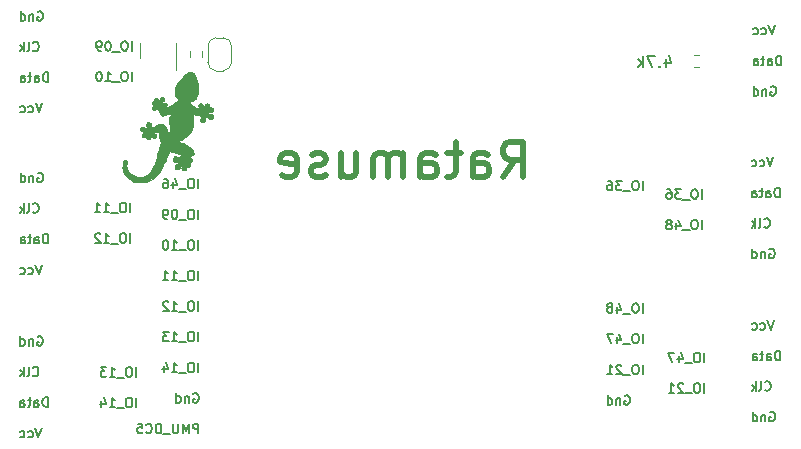
<source format=gbr>
%TF.GenerationSoftware,KiCad,Pcbnew,7.0.2*%
%TF.CreationDate,2024-03-24T23:04:52+01:00*%
%TF.ProjectId,Support_TTGO_invers_,53757070-6f72-4745-9f54-54474f5f696e,rev?*%
%TF.SameCoordinates,Original*%
%TF.FileFunction,Legend,Bot*%
%TF.FilePolarity,Positive*%
%FSLAX46Y46*%
G04 Gerber Fmt 4.6, Leading zero omitted, Abs format (unit mm)*
G04 Created by KiCad (PCBNEW 7.0.2) date 2024-03-24 23:04:52*
%MOMM*%
%LPD*%
G01*
G04 APERTURE LIST*
%ADD10C,0.150000*%
%ADD11C,0.500000*%
%ADD12C,0.120000*%
%ADD13C,0.010000*%
G04 APERTURE END LIST*
D10*
X110678096Y-84754190D02*
X110754286Y-84716095D01*
X110754286Y-84716095D02*
X110868572Y-84716095D01*
X110868572Y-84716095D02*
X110982858Y-84754190D01*
X110982858Y-84754190D02*
X111059048Y-84830380D01*
X111059048Y-84830380D02*
X111097143Y-84906571D01*
X111097143Y-84906571D02*
X111135239Y-85058952D01*
X111135239Y-85058952D02*
X111135239Y-85173238D01*
X111135239Y-85173238D02*
X111097143Y-85325619D01*
X111097143Y-85325619D02*
X111059048Y-85401809D01*
X111059048Y-85401809D02*
X110982858Y-85478000D01*
X110982858Y-85478000D02*
X110868572Y-85516095D01*
X110868572Y-85516095D02*
X110792381Y-85516095D01*
X110792381Y-85516095D02*
X110678096Y-85478000D01*
X110678096Y-85478000D02*
X110640000Y-85439904D01*
X110640000Y-85439904D02*
X110640000Y-85173238D01*
X110640000Y-85173238D02*
X110792381Y-85173238D01*
X110297143Y-84982761D02*
X110297143Y-85516095D01*
X110297143Y-85058952D02*
X110259048Y-85020857D01*
X110259048Y-85020857D02*
X110182858Y-84982761D01*
X110182858Y-84982761D02*
X110068572Y-84982761D01*
X110068572Y-84982761D02*
X109992381Y-85020857D01*
X109992381Y-85020857D02*
X109954286Y-85097047D01*
X109954286Y-85097047D02*
X109954286Y-85516095D01*
X109230476Y-85516095D02*
X109230476Y-84716095D01*
X109230476Y-85478000D02*
X109306667Y-85516095D01*
X109306667Y-85516095D02*
X109459048Y-85516095D01*
X109459048Y-85516095D02*
X109535238Y-85478000D01*
X109535238Y-85478000D02*
X109573333Y-85439904D01*
X109573333Y-85439904D02*
X109611429Y-85363714D01*
X109611429Y-85363714D02*
X109611429Y-85135142D01*
X109611429Y-85135142D02*
X109573333Y-85058952D01*
X109573333Y-85058952D02*
X109535238Y-85020857D01*
X109535238Y-85020857D02*
X109459048Y-84982761D01*
X109459048Y-84982761D02*
X109306667Y-84982761D01*
X109306667Y-84982761D02*
X109230476Y-85020857D01*
X110259047Y-88031904D02*
X110297143Y-88070000D01*
X110297143Y-88070000D02*
X110411428Y-88108095D01*
X110411428Y-88108095D02*
X110487619Y-88108095D01*
X110487619Y-88108095D02*
X110601905Y-88070000D01*
X110601905Y-88070000D02*
X110678095Y-87993809D01*
X110678095Y-87993809D02*
X110716190Y-87917619D01*
X110716190Y-87917619D02*
X110754286Y-87765238D01*
X110754286Y-87765238D02*
X110754286Y-87650952D01*
X110754286Y-87650952D02*
X110716190Y-87498571D01*
X110716190Y-87498571D02*
X110678095Y-87422380D01*
X110678095Y-87422380D02*
X110601905Y-87346190D01*
X110601905Y-87346190D02*
X110487619Y-87308095D01*
X110487619Y-87308095D02*
X110411428Y-87308095D01*
X110411428Y-87308095D02*
X110297143Y-87346190D01*
X110297143Y-87346190D02*
X110259047Y-87384285D01*
X109801905Y-88108095D02*
X109878095Y-88070000D01*
X109878095Y-88070000D02*
X109916190Y-87993809D01*
X109916190Y-87993809D02*
X109916190Y-87308095D01*
X109497142Y-88108095D02*
X109497142Y-87308095D01*
X109420952Y-87803333D02*
X109192380Y-88108095D01*
X109192380Y-87574761D02*
X109497142Y-87879523D01*
X111554286Y-90700095D02*
X111554286Y-89900095D01*
X111554286Y-89900095D02*
X111363810Y-89900095D01*
X111363810Y-89900095D02*
X111249524Y-89938190D01*
X111249524Y-89938190D02*
X111173334Y-90014380D01*
X111173334Y-90014380D02*
X111135239Y-90090571D01*
X111135239Y-90090571D02*
X111097143Y-90242952D01*
X111097143Y-90242952D02*
X111097143Y-90357238D01*
X111097143Y-90357238D02*
X111135239Y-90509619D01*
X111135239Y-90509619D02*
X111173334Y-90585809D01*
X111173334Y-90585809D02*
X111249524Y-90662000D01*
X111249524Y-90662000D02*
X111363810Y-90700095D01*
X111363810Y-90700095D02*
X111554286Y-90700095D01*
X110411429Y-90700095D02*
X110411429Y-90281047D01*
X110411429Y-90281047D02*
X110449524Y-90204857D01*
X110449524Y-90204857D02*
X110525715Y-90166761D01*
X110525715Y-90166761D02*
X110678096Y-90166761D01*
X110678096Y-90166761D02*
X110754286Y-90204857D01*
X110411429Y-90662000D02*
X110487620Y-90700095D01*
X110487620Y-90700095D02*
X110678096Y-90700095D01*
X110678096Y-90700095D02*
X110754286Y-90662000D01*
X110754286Y-90662000D02*
X110792382Y-90585809D01*
X110792382Y-90585809D02*
X110792382Y-90509619D01*
X110792382Y-90509619D02*
X110754286Y-90433428D01*
X110754286Y-90433428D02*
X110678096Y-90395333D01*
X110678096Y-90395333D02*
X110487620Y-90395333D01*
X110487620Y-90395333D02*
X110411429Y-90357238D01*
X110144762Y-90166761D02*
X109840000Y-90166761D01*
X110030476Y-89900095D02*
X110030476Y-90585809D01*
X110030476Y-90585809D02*
X109992381Y-90662000D01*
X109992381Y-90662000D02*
X109916191Y-90700095D01*
X109916191Y-90700095D02*
X109840000Y-90700095D01*
X109230476Y-90700095D02*
X109230476Y-90281047D01*
X109230476Y-90281047D02*
X109268571Y-90204857D01*
X109268571Y-90204857D02*
X109344762Y-90166761D01*
X109344762Y-90166761D02*
X109497143Y-90166761D01*
X109497143Y-90166761D02*
X109573333Y-90204857D01*
X109230476Y-90662000D02*
X109306667Y-90700095D01*
X109306667Y-90700095D02*
X109497143Y-90700095D01*
X109497143Y-90700095D02*
X109573333Y-90662000D01*
X109573333Y-90662000D02*
X109611429Y-90585809D01*
X109611429Y-90585809D02*
X109611429Y-90509619D01*
X109611429Y-90509619D02*
X109573333Y-90433428D01*
X109573333Y-90433428D02*
X109497143Y-90395333D01*
X109497143Y-90395333D02*
X109306667Y-90395333D01*
X109306667Y-90395333D02*
X109230476Y-90357238D01*
X111020951Y-92492095D02*
X110754284Y-93292095D01*
X110754284Y-93292095D02*
X110487618Y-92492095D01*
X109878094Y-93254000D02*
X109954285Y-93292095D01*
X109954285Y-93292095D02*
X110106666Y-93292095D01*
X110106666Y-93292095D02*
X110182856Y-93254000D01*
X110182856Y-93254000D02*
X110220951Y-93215904D01*
X110220951Y-93215904D02*
X110259047Y-93139714D01*
X110259047Y-93139714D02*
X110259047Y-92911142D01*
X110259047Y-92911142D02*
X110220951Y-92834952D01*
X110220951Y-92834952D02*
X110182856Y-92796857D01*
X110182856Y-92796857D02*
X110106666Y-92758761D01*
X110106666Y-92758761D02*
X109954285Y-92758761D01*
X109954285Y-92758761D02*
X109878094Y-92796857D01*
X109192380Y-93254000D02*
X109268571Y-93292095D01*
X109268571Y-93292095D02*
X109420952Y-93292095D01*
X109420952Y-93292095D02*
X109497142Y-93254000D01*
X109497142Y-93254000D02*
X109535237Y-93215904D01*
X109535237Y-93215904D02*
X109573333Y-93139714D01*
X109573333Y-93139714D02*
X109573333Y-92911142D01*
X109573333Y-92911142D02*
X109535237Y-92834952D01*
X109535237Y-92834952D02*
X109497142Y-92796857D01*
X109497142Y-92796857D02*
X109420952Y-92758761D01*
X109420952Y-92758761D02*
X109268571Y-92758761D01*
X109268571Y-92758761D02*
X109192380Y-92796857D01*
X173090951Y-72198095D02*
X172824284Y-72998095D01*
X172824284Y-72998095D02*
X172557618Y-72198095D01*
X171948094Y-72960000D02*
X172024285Y-72998095D01*
X172024285Y-72998095D02*
X172176666Y-72998095D01*
X172176666Y-72998095D02*
X172252856Y-72960000D01*
X172252856Y-72960000D02*
X172290951Y-72921904D01*
X172290951Y-72921904D02*
X172329047Y-72845714D01*
X172329047Y-72845714D02*
X172329047Y-72617142D01*
X172329047Y-72617142D02*
X172290951Y-72540952D01*
X172290951Y-72540952D02*
X172252856Y-72502857D01*
X172252856Y-72502857D02*
X172176666Y-72464761D01*
X172176666Y-72464761D02*
X172024285Y-72464761D01*
X172024285Y-72464761D02*
X171948094Y-72502857D01*
X171262380Y-72960000D02*
X171338571Y-72998095D01*
X171338571Y-72998095D02*
X171490952Y-72998095D01*
X171490952Y-72998095D02*
X171567142Y-72960000D01*
X171567142Y-72960000D02*
X171605237Y-72921904D01*
X171605237Y-72921904D02*
X171643333Y-72845714D01*
X171643333Y-72845714D02*
X171643333Y-72617142D01*
X171643333Y-72617142D02*
X171605237Y-72540952D01*
X171605237Y-72540952D02*
X171567142Y-72502857D01*
X171567142Y-72502857D02*
X171490952Y-72464761D01*
X171490952Y-72464761D02*
X171338571Y-72464761D01*
X171338571Y-72464761D02*
X171262380Y-72502857D01*
X173624286Y-75590095D02*
X173624286Y-74790095D01*
X173624286Y-74790095D02*
X173433810Y-74790095D01*
X173433810Y-74790095D02*
X173319524Y-74828190D01*
X173319524Y-74828190D02*
X173243334Y-74904380D01*
X173243334Y-74904380D02*
X173205239Y-74980571D01*
X173205239Y-74980571D02*
X173167143Y-75132952D01*
X173167143Y-75132952D02*
X173167143Y-75247238D01*
X173167143Y-75247238D02*
X173205239Y-75399619D01*
X173205239Y-75399619D02*
X173243334Y-75475809D01*
X173243334Y-75475809D02*
X173319524Y-75552000D01*
X173319524Y-75552000D02*
X173433810Y-75590095D01*
X173433810Y-75590095D02*
X173624286Y-75590095D01*
X172481429Y-75590095D02*
X172481429Y-75171047D01*
X172481429Y-75171047D02*
X172519524Y-75094857D01*
X172519524Y-75094857D02*
X172595715Y-75056761D01*
X172595715Y-75056761D02*
X172748096Y-75056761D01*
X172748096Y-75056761D02*
X172824286Y-75094857D01*
X172481429Y-75552000D02*
X172557620Y-75590095D01*
X172557620Y-75590095D02*
X172748096Y-75590095D01*
X172748096Y-75590095D02*
X172824286Y-75552000D01*
X172824286Y-75552000D02*
X172862382Y-75475809D01*
X172862382Y-75475809D02*
X172862382Y-75399619D01*
X172862382Y-75399619D02*
X172824286Y-75323428D01*
X172824286Y-75323428D02*
X172748096Y-75285333D01*
X172748096Y-75285333D02*
X172557620Y-75285333D01*
X172557620Y-75285333D02*
X172481429Y-75247238D01*
X172214762Y-75056761D02*
X171910000Y-75056761D01*
X172100476Y-74790095D02*
X172100476Y-75475809D01*
X172100476Y-75475809D02*
X172062381Y-75552000D01*
X172062381Y-75552000D02*
X171986191Y-75590095D01*
X171986191Y-75590095D02*
X171910000Y-75590095D01*
X171300476Y-75590095D02*
X171300476Y-75171047D01*
X171300476Y-75171047D02*
X171338571Y-75094857D01*
X171338571Y-75094857D02*
X171414762Y-75056761D01*
X171414762Y-75056761D02*
X171567143Y-75056761D01*
X171567143Y-75056761D02*
X171643333Y-75094857D01*
X171300476Y-75552000D02*
X171376667Y-75590095D01*
X171376667Y-75590095D02*
X171567143Y-75590095D01*
X171567143Y-75590095D02*
X171643333Y-75552000D01*
X171643333Y-75552000D02*
X171681429Y-75475809D01*
X171681429Y-75475809D02*
X171681429Y-75399619D01*
X171681429Y-75399619D02*
X171643333Y-75323428D01*
X171643333Y-75323428D02*
X171567143Y-75285333D01*
X171567143Y-75285333D02*
X171376667Y-75285333D01*
X171376667Y-75285333D02*
X171300476Y-75247238D01*
X172748096Y-77420190D02*
X172824286Y-77382095D01*
X172824286Y-77382095D02*
X172938572Y-77382095D01*
X172938572Y-77382095D02*
X173052858Y-77420190D01*
X173052858Y-77420190D02*
X173129048Y-77496380D01*
X173129048Y-77496380D02*
X173167143Y-77572571D01*
X173167143Y-77572571D02*
X173205239Y-77724952D01*
X173205239Y-77724952D02*
X173205239Y-77839238D01*
X173205239Y-77839238D02*
X173167143Y-77991619D01*
X173167143Y-77991619D02*
X173129048Y-78067809D01*
X173129048Y-78067809D02*
X173052858Y-78144000D01*
X173052858Y-78144000D02*
X172938572Y-78182095D01*
X172938572Y-78182095D02*
X172862381Y-78182095D01*
X172862381Y-78182095D02*
X172748096Y-78144000D01*
X172748096Y-78144000D02*
X172710000Y-78105904D01*
X172710000Y-78105904D02*
X172710000Y-77839238D01*
X172710000Y-77839238D02*
X172862381Y-77839238D01*
X172367143Y-77648761D02*
X172367143Y-78182095D01*
X172367143Y-77724952D02*
X172329048Y-77686857D01*
X172329048Y-77686857D02*
X172252858Y-77648761D01*
X172252858Y-77648761D02*
X172138572Y-77648761D01*
X172138572Y-77648761D02*
X172062381Y-77686857D01*
X172062381Y-77686857D02*
X172024286Y-77763047D01*
X172024286Y-77763047D02*
X172024286Y-78182095D01*
X171300476Y-78182095D02*
X171300476Y-77382095D01*
X171300476Y-78144000D02*
X171376667Y-78182095D01*
X171376667Y-78182095D02*
X171529048Y-78182095D01*
X171529048Y-78182095D02*
X171605238Y-78144000D01*
X171605238Y-78144000D02*
X171643333Y-78105904D01*
X171643333Y-78105904D02*
X171681429Y-78029714D01*
X171681429Y-78029714D02*
X171681429Y-77801142D01*
X171681429Y-77801142D02*
X171643333Y-77724952D01*
X171643333Y-77724952D02*
X171605238Y-77686857D01*
X171605238Y-77686857D02*
X171529048Y-77648761D01*
X171529048Y-77648761D02*
X171376667Y-77648761D01*
X171376667Y-77648761D02*
X171300476Y-77686857D01*
X124279523Y-86036095D02*
X124279523Y-85236095D01*
X123746190Y-85236095D02*
X123593809Y-85236095D01*
X123593809Y-85236095D02*
X123517619Y-85274190D01*
X123517619Y-85274190D02*
X123441428Y-85350380D01*
X123441428Y-85350380D02*
X123403333Y-85502761D01*
X123403333Y-85502761D02*
X123403333Y-85769428D01*
X123403333Y-85769428D02*
X123441428Y-85921809D01*
X123441428Y-85921809D02*
X123517619Y-85998000D01*
X123517619Y-85998000D02*
X123593809Y-86036095D01*
X123593809Y-86036095D02*
X123746190Y-86036095D01*
X123746190Y-86036095D02*
X123822381Y-85998000D01*
X123822381Y-85998000D02*
X123898571Y-85921809D01*
X123898571Y-85921809D02*
X123936667Y-85769428D01*
X123936667Y-85769428D02*
X123936667Y-85502761D01*
X123936667Y-85502761D02*
X123898571Y-85350380D01*
X123898571Y-85350380D02*
X123822381Y-85274190D01*
X123822381Y-85274190D02*
X123746190Y-85236095D01*
X123250953Y-86112285D02*
X122641429Y-86112285D01*
X122108095Y-85502761D02*
X122108095Y-86036095D01*
X122298571Y-85198000D02*
X122489048Y-85769428D01*
X122489048Y-85769428D02*
X121993809Y-85769428D01*
X121346190Y-85236095D02*
X121498571Y-85236095D01*
X121498571Y-85236095D02*
X121574762Y-85274190D01*
X121574762Y-85274190D02*
X121612857Y-85312285D01*
X121612857Y-85312285D02*
X121689047Y-85426571D01*
X121689047Y-85426571D02*
X121727143Y-85578952D01*
X121727143Y-85578952D02*
X121727143Y-85883714D01*
X121727143Y-85883714D02*
X121689047Y-85959904D01*
X121689047Y-85959904D02*
X121650952Y-85998000D01*
X121650952Y-85998000D02*
X121574762Y-86036095D01*
X121574762Y-86036095D02*
X121422381Y-86036095D01*
X121422381Y-86036095D02*
X121346190Y-85998000D01*
X121346190Y-85998000D02*
X121308095Y-85959904D01*
X121308095Y-85959904D02*
X121270000Y-85883714D01*
X121270000Y-85883714D02*
X121270000Y-85693238D01*
X121270000Y-85693238D02*
X121308095Y-85617047D01*
X121308095Y-85617047D02*
X121346190Y-85578952D01*
X121346190Y-85578952D02*
X121422381Y-85540857D01*
X121422381Y-85540857D02*
X121574762Y-85540857D01*
X121574762Y-85540857D02*
X121650952Y-85578952D01*
X121650952Y-85578952D02*
X121689047Y-85617047D01*
X121689047Y-85617047D02*
X121727143Y-85693238D01*
X124279523Y-88628095D02*
X124279523Y-87828095D01*
X123746190Y-87828095D02*
X123593809Y-87828095D01*
X123593809Y-87828095D02*
X123517619Y-87866190D01*
X123517619Y-87866190D02*
X123441428Y-87942380D01*
X123441428Y-87942380D02*
X123403333Y-88094761D01*
X123403333Y-88094761D02*
X123403333Y-88361428D01*
X123403333Y-88361428D02*
X123441428Y-88513809D01*
X123441428Y-88513809D02*
X123517619Y-88590000D01*
X123517619Y-88590000D02*
X123593809Y-88628095D01*
X123593809Y-88628095D02*
X123746190Y-88628095D01*
X123746190Y-88628095D02*
X123822381Y-88590000D01*
X123822381Y-88590000D02*
X123898571Y-88513809D01*
X123898571Y-88513809D02*
X123936667Y-88361428D01*
X123936667Y-88361428D02*
X123936667Y-88094761D01*
X123936667Y-88094761D02*
X123898571Y-87942380D01*
X123898571Y-87942380D02*
X123822381Y-87866190D01*
X123822381Y-87866190D02*
X123746190Y-87828095D01*
X123250953Y-88704285D02*
X122641429Y-88704285D01*
X122298571Y-87828095D02*
X122222381Y-87828095D01*
X122222381Y-87828095D02*
X122146190Y-87866190D01*
X122146190Y-87866190D02*
X122108095Y-87904285D01*
X122108095Y-87904285D02*
X122070000Y-87980476D01*
X122070000Y-87980476D02*
X122031905Y-88132857D01*
X122031905Y-88132857D02*
X122031905Y-88323333D01*
X122031905Y-88323333D02*
X122070000Y-88475714D01*
X122070000Y-88475714D02*
X122108095Y-88551904D01*
X122108095Y-88551904D02*
X122146190Y-88590000D01*
X122146190Y-88590000D02*
X122222381Y-88628095D01*
X122222381Y-88628095D02*
X122298571Y-88628095D01*
X122298571Y-88628095D02*
X122374762Y-88590000D01*
X122374762Y-88590000D02*
X122412857Y-88551904D01*
X122412857Y-88551904D02*
X122450952Y-88475714D01*
X122450952Y-88475714D02*
X122489048Y-88323333D01*
X122489048Y-88323333D02*
X122489048Y-88132857D01*
X122489048Y-88132857D02*
X122450952Y-87980476D01*
X122450952Y-87980476D02*
X122412857Y-87904285D01*
X122412857Y-87904285D02*
X122374762Y-87866190D01*
X122374762Y-87866190D02*
X122298571Y-87828095D01*
X121650952Y-88628095D02*
X121498571Y-88628095D01*
X121498571Y-88628095D02*
X121422381Y-88590000D01*
X121422381Y-88590000D02*
X121384285Y-88551904D01*
X121384285Y-88551904D02*
X121308095Y-88437619D01*
X121308095Y-88437619D02*
X121270000Y-88285238D01*
X121270000Y-88285238D02*
X121270000Y-87980476D01*
X121270000Y-87980476D02*
X121308095Y-87904285D01*
X121308095Y-87904285D02*
X121346190Y-87866190D01*
X121346190Y-87866190D02*
X121422381Y-87828095D01*
X121422381Y-87828095D02*
X121574762Y-87828095D01*
X121574762Y-87828095D02*
X121650952Y-87866190D01*
X121650952Y-87866190D02*
X121689047Y-87904285D01*
X121689047Y-87904285D02*
X121727143Y-87980476D01*
X121727143Y-87980476D02*
X121727143Y-88170952D01*
X121727143Y-88170952D02*
X121689047Y-88247142D01*
X121689047Y-88247142D02*
X121650952Y-88285238D01*
X121650952Y-88285238D02*
X121574762Y-88323333D01*
X121574762Y-88323333D02*
X121422381Y-88323333D01*
X121422381Y-88323333D02*
X121346190Y-88285238D01*
X121346190Y-88285238D02*
X121308095Y-88247142D01*
X121308095Y-88247142D02*
X121270000Y-88170952D01*
X124279523Y-91220095D02*
X124279523Y-90420095D01*
X123746190Y-90420095D02*
X123593809Y-90420095D01*
X123593809Y-90420095D02*
X123517619Y-90458190D01*
X123517619Y-90458190D02*
X123441428Y-90534380D01*
X123441428Y-90534380D02*
X123403333Y-90686761D01*
X123403333Y-90686761D02*
X123403333Y-90953428D01*
X123403333Y-90953428D02*
X123441428Y-91105809D01*
X123441428Y-91105809D02*
X123517619Y-91182000D01*
X123517619Y-91182000D02*
X123593809Y-91220095D01*
X123593809Y-91220095D02*
X123746190Y-91220095D01*
X123746190Y-91220095D02*
X123822381Y-91182000D01*
X123822381Y-91182000D02*
X123898571Y-91105809D01*
X123898571Y-91105809D02*
X123936667Y-90953428D01*
X123936667Y-90953428D02*
X123936667Y-90686761D01*
X123936667Y-90686761D02*
X123898571Y-90534380D01*
X123898571Y-90534380D02*
X123822381Y-90458190D01*
X123822381Y-90458190D02*
X123746190Y-90420095D01*
X123250953Y-91296285D02*
X122641429Y-91296285D01*
X122031905Y-91220095D02*
X122489048Y-91220095D01*
X122260476Y-91220095D02*
X122260476Y-90420095D01*
X122260476Y-90420095D02*
X122336667Y-90534380D01*
X122336667Y-90534380D02*
X122412857Y-90610571D01*
X122412857Y-90610571D02*
X122489048Y-90648666D01*
X121536666Y-90420095D02*
X121460476Y-90420095D01*
X121460476Y-90420095D02*
X121384285Y-90458190D01*
X121384285Y-90458190D02*
X121346190Y-90496285D01*
X121346190Y-90496285D02*
X121308095Y-90572476D01*
X121308095Y-90572476D02*
X121270000Y-90724857D01*
X121270000Y-90724857D02*
X121270000Y-90915333D01*
X121270000Y-90915333D02*
X121308095Y-91067714D01*
X121308095Y-91067714D02*
X121346190Y-91143904D01*
X121346190Y-91143904D02*
X121384285Y-91182000D01*
X121384285Y-91182000D02*
X121460476Y-91220095D01*
X121460476Y-91220095D02*
X121536666Y-91220095D01*
X121536666Y-91220095D02*
X121612857Y-91182000D01*
X121612857Y-91182000D02*
X121650952Y-91143904D01*
X121650952Y-91143904D02*
X121689047Y-91067714D01*
X121689047Y-91067714D02*
X121727143Y-90915333D01*
X121727143Y-90915333D02*
X121727143Y-90724857D01*
X121727143Y-90724857D02*
X121689047Y-90572476D01*
X121689047Y-90572476D02*
X121650952Y-90496285D01*
X121650952Y-90496285D02*
X121612857Y-90458190D01*
X121612857Y-90458190D02*
X121536666Y-90420095D01*
X124279523Y-93812095D02*
X124279523Y-93012095D01*
X123746190Y-93012095D02*
X123593809Y-93012095D01*
X123593809Y-93012095D02*
X123517619Y-93050190D01*
X123517619Y-93050190D02*
X123441428Y-93126380D01*
X123441428Y-93126380D02*
X123403333Y-93278761D01*
X123403333Y-93278761D02*
X123403333Y-93545428D01*
X123403333Y-93545428D02*
X123441428Y-93697809D01*
X123441428Y-93697809D02*
X123517619Y-93774000D01*
X123517619Y-93774000D02*
X123593809Y-93812095D01*
X123593809Y-93812095D02*
X123746190Y-93812095D01*
X123746190Y-93812095D02*
X123822381Y-93774000D01*
X123822381Y-93774000D02*
X123898571Y-93697809D01*
X123898571Y-93697809D02*
X123936667Y-93545428D01*
X123936667Y-93545428D02*
X123936667Y-93278761D01*
X123936667Y-93278761D02*
X123898571Y-93126380D01*
X123898571Y-93126380D02*
X123822381Y-93050190D01*
X123822381Y-93050190D02*
X123746190Y-93012095D01*
X123250953Y-93888285D02*
X122641429Y-93888285D01*
X122031905Y-93812095D02*
X122489048Y-93812095D01*
X122260476Y-93812095D02*
X122260476Y-93012095D01*
X122260476Y-93012095D02*
X122336667Y-93126380D01*
X122336667Y-93126380D02*
X122412857Y-93202571D01*
X122412857Y-93202571D02*
X122489048Y-93240666D01*
X121270000Y-93812095D02*
X121727143Y-93812095D01*
X121498571Y-93812095D02*
X121498571Y-93012095D01*
X121498571Y-93012095D02*
X121574762Y-93126380D01*
X121574762Y-93126380D02*
X121650952Y-93202571D01*
X121650952Y-93202571D02*
X121727143Y-93240666D01*
X124279523Y-96404095D02*
X124279523Y-95604095D01*
X123746190Y-95604095D02*
X123593809Y-95604095D01*
X123593809Y-95604095D02*
X123517619Y-95642190D01*
X123517619Y-95642190D02*
X123441428Y-95718380D01*
X123441428Y-95718380D02*
X123403333Y-95870761D01*
X123403333Y-95870761D02*
X123403333Y-96137428D01*
X123403333Y-96137428D02*
X123441428Y-96289809D01*
X123441428Y-96289809D02*
X123517619Y-96366000D01*
X123517619Y-96366000D02*
X123593809Y-96404095D01*
X123593809Y-96404095D02*
X123746190Y-96404095D01*
X123746190Y-96404095D02*
X123822381Y-96366000D01*
X123822381Y-96366000D02*
X123898571Y-96289809D01*
X123898571Y-96289809D02*
X123936667Y-96137428D01*
X123936667Y-96137428D02*
X123936667Y-95870761D01*
X123936667Y-95870761D02*
X123898571Y-95718380D01*
X123898571Y-95718380D02*
X123822381Y-95642190D01*
X123822381Y-95642190D02*
X123746190Y-95604095D01*
X123250953Y-96480285D02*
X122641429Y-96480285D01*
X122031905Y-96404095D02*
X122489048Y-96404095D01*
X122260476Y-96404095D02*
X122260476Y-95604095D01*
X122260476Y-95604095D02*
X122336667Y-95718380D01*
X122336667Y-95718380D02*
X122412857Y-95794571D01*
X122412857Y-95794571D02*
X122489048Y-95832666D01*
X121727143Y-95680285D02*
X121689047Y-95642190D01*
X121689047Y-95642190D02*
X121612857Y-95604095D01*
X121612857Y-95604095D02*
X121422381Y-95604095D01*
X121422381Y-95604095D02*
X121346190Y-95642190D01*
X121346190Y-95642190D02*
X121308095Y-95680285D01*
X121308095Y-95680285D02*
X121270000Y-95756476D01*
X121270000Y-95756476D02*
X121270000Y-95832666D01*
X121270000Y-95832666D02*
X121308095Y-95946952D01*
X121308095Y-95946952D02*
X121765238Y-96404095D01*
X121765238Y-96404095D02*
X121270000Y-96404095D01*
X124279523Y-98996095D02*
X124279523Y-98196095D01*
X123746190Y-98196095D02*
X123593809Y-98196095D01*
X123593809Y-98196095D02*
X123517619Y-98234190D01*
X123517619Y-98234190D02*
X123441428Y-98310380D01*
X123441428Y-98310380D02*
X123403333Y-98462761D01*
X123403333Y-98462761D02*
X123403333Y-98729428D01*
X123403333Y-98729428D02*
X123441428Y-98881809D01*
X123441428Y-98881809D02*
X123517619Y-98958000D01*
X123517619Y-98958000D02*
X123593809Y-98996095D01*
X123593809Y-98996095D02*
X123746190Y-98996095D01*
X123746190Y-98996095D02*
X123822381Y-98958000D01*
X123822381Y-98958000D02*
X123898571Y-98881809D01*
X123898571Y-98881809D02*
X123936667Y-98729428D01*
X123936667Y-98729428D02*
X123936667Y-98462761D01*
X123936667Y-98462761D02*
X123898571Y-98310380D01*
X123898571Y-98310380D02*
X123822381Y-98234190D01*
X123822381Y-98234190D02*
X123746190Y-98196095D01*
X123250953Y-99072285D02*
X122641429Y-99072285D01*
X122031905Y-98996095D02*
X122489048Y-98996095D01*
X122260476Y-98996095D02*
X122260476Y-98196095D01*
X122260476Y-98196095D02*
X122336667Y-98310380D01*
X122336667Y-98310380D02*
X122412857Y-98386571D01*
X122412857Y-98386571D02*
X122489048Y-98424666D01*
X121765238Y-98196095D02*
X121270000Y-98196095D01*
X121270000Y-98196095D02*
X121536666Y-98500857D01*
X121536666Y-98500857D02*
X121422381Y-98500857D01*
X121422381Y-98500857D02*
X121346190Y-98538952D01*
X121346190Y-98538952D02*
X121308095Y-98577047D01*
X121308095Y-98577047D02*
X121270000Y-98653238D01*
X121270000Y-98653238D02*
X121270000Y-98843714D01*
X121270000Y-98843714D02*
X121308095Y-98919904D01*
X121308095Y-98919904D02*
X121346190Y-98958000D01*
X121346190Y-98958000D02*
X121422381Y-98996095D01*
X121422381Y-98996095D02*
X121650952Y-98996095D01*
X121650952Y-98996095D02*
X121727143Y-98958000D01*
X121727143Y-98958000D02*
X121765238Y-98919904D01*
X124279523Y-101588095D02*
X124279523Y-100788095D01*
X123746190Y-100788095D02*
X123593809Y-100788095D01*
X123593809Y-100788095D02*
X123517619Y-100826190D01*
X123517619Y-100826190D02*
X123441428Y-100902380D01*
X123441428Y-100902380D02*
X123403333Y-101054761D01*
X123403333Y-101054761D02*
X123403333Y-101321428D01*
X123403333Y-101321428D02*
X123441428Y-101473809D01*
X123441428Y-101473809D02*
X123517619Y-101550000D01*
X123517619Y-101550000D02*
X123593809Y-101588095D01*
X123593809Y-101588095D02*
X123746190Y-101588095D01*
X123746190Y-101588095D02*
X123822381Y-101550000D01*
X123822381Y-101550000D02*
X123898571Y-101473809D01*
X123898571Y-101473809D02*
X123936667Y-101321428D01*
X123936667Y-101321428D02*
X123936667Y-101054761D01*
X123936667Y-101054761D02*
X123898571Y-100902380D01*
X123898571Y-100902380D02*
X123822381Y-100826190D01*
X123822381Y-100826190D02*
X123746190Y-100788095D01*
X123250953Y-101664285D02*
X122641429Y-101664285D01*
X122031905Y-101588095D02*
X122489048Y-101588095D01*
X122260476Y-101588095D02*
X122260476Y-100788095D01*
X122260476Y-100788095D02*
X122336667Y-100902380D01*
X122336667Y-100902380D02*
X122412857Y-100978571D01*
X122412857Y-100978571D02*
X122489048Y-101016666D01*
X121346190Y-101054761D02*
X121346190Y-101588095D01*
X121536666Y-100750000D02*
X121727143Y-101321428D01*
X121727143Y-101321428D02*
X121231904Y-101321428D01*
X123860476Y-103418190D02*
X123936666Y-103380095D01*
X123936666Y-103380095D02*
X124050952Y-103380095D01*
X124050952Y-103380095D02*
X124165238Y-103418190D01*
X124165238Y-103418190D02*
X124241428Y-103494380D01*
X124241428Y-103494380D02*
X124279523Y-103570571D01*
X124279523Y-103570571D02*
X124317619Y-103722952D01*
X124317619Y-103722952D02*
X124317619Y-103837238D01*
X124317619Y-103837238D02*
X124279523Y-103989619D01*
X124279523Y-103989619D02*
X124241428Y-104065809D01*
X124241428Y-104065809D02*
X124165238Y-104142000D01*
X124165238Y-104142000D02*
X124050952Y-104180095D01*
X124050952Y-104180095D02*
X123974761Y-104180095D01*
X123974761Y-104180095D02*
X123860476Y-104142000D01*
X123860476Y-104142000D02*
X123822380Y-104103904D01*
X123822380Y-104103904D02*
X123822380Y-103837238D01*
X123822380Y-103837238D02*
X123974761Y-103837238D01*
X123479523Y-103646761D02*
X123479523Y-104180095D01*
X123479523Y-103722952D02*
X123441428Y-103684857D01*
X123441428Y-103684857D02*
X123365238Y-103646761D01*
X123365238Y-103646761D02*
X123250952Y-103646761D01*
X123250952Y-103646761D02*
X123174761Y-103684857D01*
X123174761Y-103684857D02*
X123136666Y-103761047D01*
X123136666Y-103761047D02*
X123136666Y-104180095D01*
X122412856Y-104180095D02*
X122412856Y-103380095D01*
X122412856Y-104142000D02*
X122489047Y-104180095D01*
X122489047Y-104180095D02*
X122641428Y-104180095D01*
X122641428Y-104180095D02*
X122717618Y-104142000D01*
X122717618Y-104142000D02*
X122755713Y-104103904D01*
X122755713Y-104103904D02*
X122793809Y-104027714D01*
X122793809Y-104027714D02*
X122793809Y-103799142D01*
X122793809Y-103799142D02*
X122755713Y-103722952D01*
X122755713Y-103722952D02*
X122717618Y-103684857D01*
X122717618Y-103684857D02*
X122641428Y-103646761D01*
X122641428Y-103646761D02*
X122489047Y-103646761D01*
X122489047Y-103646761D02*
X122412856Y-103684857D01*
X124279523Y-106772095D02*
X124279523Y-105972095D01*
X124279523Y-105972095D02*
X123974761Y-105972095D01*
X123974761Y-105972095D02*
X123898571Y-106010190D01*
X123898571Y-106010190D02*
X123860476Y-106048285D01*
X123860476Y-106048285D02*
X123822380Y-106124476D01*
X123822380Y-106124476D02*
X123822380Y-106238761D01*
X123822380Y-106238761D02*
X123860476Y-106314952D01*
X123860476Y-106314952D02*
X123898571Y-106353047D01*
X123898571Y-106353047D02*
X123974761Y-106391142D01*
X123974761Y-106391142D02*
X124279523Y-106391142D01*
X123479523Y-106772095D02*
X123479523Y-105972095D01*
X123479523Y-105972095D02*
X123212857Y-106543523D01*
X123212857Y-106543523D02*
X122946190Y-105972095D01*
X122946190Y-105972095D02*
X122946190Y-106772095D01*
X122565237Y-105972095D02*
X122565237Y-106619714D01*
X122565237Y-106619714D02*
X122527142Y-106695904D01*
X122527142Y-106695904D02*
X122489047Y-106734000D01*
X122489047Y-106734000D02*
X122412856Y-106772095D01*
X122412856Y-106772095D02*
X122260475Y-106772095D01*
X122260475Y-106772095D02*
X122184285Y-106734000D01*
X122184285Y-106734000D02*
X122146190Y-106695904D01*
X122146190Y-106695904D02*
X122108094Y-106619714D01*
X122108094Y-106619714D02*
X122108094Y-105972095D01*
X121917619Y-106848285D02*
X121308095Y-106848285D01*
X121117618Y-106772095D02*
X121117618Y-105972095D01*
X121117618Y-105972095D02*
X120927142Y-105972095D01*
X120927142Y-105972095D02*
X120812856Y-106010190D01*
X120812856Y-106010190D02*
X120736666Y-106086380D01*
X120736666Y-106086380D02*
X120698571Y-106162571D01*
X120698571Y-106162571D02*
X120660475Y-106314952D01*
X120660475Y-106314952D02*
X120660475Y-106429238D01*
X120660475Y-106429238D02*
X120698571Y-106581619D01*
X120698571Y-106581619D02*
X120736666Y-106657809D01*
X120736666Y-106657809D02*
X120812856Y-106734000D01*
X120812856Y-106734000D02*
X120927142Y-106772095D01*
X120927142Y-106772095D02*
X121117618Y-106772095D01*
X119860475Y-106695904D02*
X119898571Y-106734000D01*
X119898571Y-106734000D02*
X120012856Y-106772095D01*
X120012856Y-106772095D02*
X120089047Y-106772095D01*
X120089047Y-106772095D02*
X120203333Y-106734000D01*
X120203333Y-106734000D02*
X120279523Y-106657809D01*
X120279523Y-106657809D02*
X120317618Y-106581619D01*
X120317618Y-106581619D02*
X120355714Y-106429238D01*
X120355714Y-106429238D02*
X120355714Y-106314952D01*
X120355714Y-106314952D02*
X120317618Y-106162571D01*
X120317618Y-106162571D02*
X120279523Y-106086380D01*
X120279523Y-106086380D02*
X120203333Y-106010190D01*
X120203333Y-106010190D02*
X120089047Y-105972095D01*
X120089047Y-105972095D02*
X120012856Y-105972095D01*
X120012856Y-105972095D02*
X119898571Y-106010190D01*
X119898571Y-106010190D02*
X119860475Y-106048285D01*
X119136666Y-105972095D02*
X119517618Y-105972095D01*
X119517618Y-105972095D02*
X119555714Y-106353047D01*
X119555714Y-106353047D02*
X119517618Y-106314952D01*
X119517618Y-106314952D02*
X119441428Y-106276857D01*
X119441428Y-106276857D02*
X119250952Y-106276857D01*
X119250952Y-106276857D02*
X119174761Y-106314952D01*
X119174761Y-106314952D02*
X119136666Y-106353047D01*
X119136666Y-106353047D02*
X119098571Y-106429238D01*
X119098571Y-106429238D02*
X119098571Y-106619714D01*
X119098571Y-106619714D02*
X119136666Y-106695904D01*
X119136666Y-106695904D02*
X119174761Y-106734000D01*
X119174761Y-106734000D02*
X119250952Y-106772095D01*
X119250952Y-106772095D02*
X119441428Y-106772095D01*
X119441428Y-106772095D02*
X119517618Y-106734000D01*
X119517618Y-106734000D02*
X119555714Y-106695904D01*
X173000951Y-97196095D02*
X172734284Y-97996095D01*
X172734284Y-97996095D02*
X172467618Y-97196095D01*
X171858094Y-97958000D02*
X171934285Y-97996095D01*
X171934285Y-97996095D02*
X172086666Y-97996095D01*
X172086666Y-97996095D02*
X172162856Y-97958000D01*
X172162856Y-97958000D02*
X172200951Y-97919904D01*
X172200951Y-97919904D02*
X172239047Y-97843714D01*
X172239047Y-97843714D02*
X172239047Y-97615142D01*
X172239047Y-97615142D02*
X172200951Y-97538952D01*
X172200951Y-97538952D02*
X172162856Y-97500857D01*
X172162856Y-97500857D02*
X172086666Y-97462761D01*
X172086666Y-97462761D02*
X171934285Y-97462761D01*
X171934285Y-97462761D02*
X171858094Y-97500857D01*
X171172380Y-97958000D02*
X171248571Y-97996095D01*
X171248571Y-97996095D02*
X171400952Y-97996095D01*
X171400952Y-97996095D02*
X171477142Y-97958000D01*
X171477142Y-97958000D02*
X171515237Y-97919904D01*
X171515237Y-97919904D02*
X171553333Y-97843714D01*
X171553333Y-97843714D02*
X171553333Y-97615142D01*
X171553333Y-97615142D02*
X171515237Y-97538952D01*
X171515237Y-97538952D02*
X171477142Y-97500857D01*
X171477142Y-97500857D02*
X171400952Y-97462761D01*
X171400952Y-97462761D02*
X171248571Y-97462761D01*
X171248571Y-97462761D02*
X171172380Y-97500857D01*
X173534286Y-100588095D02*
X173534286Y-99788095D01*
X173534286Y-99788095D02*
X173343810Y-99788095D01*
X173343810Y-99788095D02*
X173229524Y-99826190D01*
X173229524Y-99826190D02*
X173153334Y-99902380D01*
X173153334Y-99902380D02*
X173115239Y-99978571D01*
X173115239Y-99978571D02*
X173077143Y-100130952D01*
X173077143Y-100130952D02*
X173077143Y-100245238D01*
X173077143Y-100245238D02*
X173115239Y-100397619D01*
X173115239Y-100397619D02*
X173153334Y-100473809D01*
X173153334Y-100473809D02*
X173229524Y-100550000D01*
X173229524Y-100550000D02*
X173343810Y-100588095D01*
X173343810Y-100588095D02*
X173534286Y-100588095D01*
X172391429Y-100588095D02*
X172391429Y-100169047D01*
X172391429Y-100169047D02*
X172429524Y-100092857D01*
X172429524Y-100092857D02*
X172505715Y-100054761D01*
X172505715Y-100054761D02*
X172658096Y-100054761D01*
X172658096Y-100054761D02*
X172734286Y-100092857D01*
X172391429Y-100550000D02*
X172467620Y-100588095D01*
X172467620Y-100588095D02*
X172658096Y-100588095D01*
X172658096Y-100588095D02*
X172734286Y-100550000D01*
X172734286Y-100550000D02*
X172772382Y-100473809D01*
X172772382Y-100473809D02*
X172772382Y-100397619D01*
X172772382Y-100397619D02*
X172734286Y-100321428D01*
X172734286Y-100321428D02*
X172658096Y-100283333D01*
X172658096Y-100283333D02*
X172467620Y-100283333D01*
X172467620Y-100283333D02*
X172391429Y-100245238D01*
X172124762Y-100054761D02*
X171820000Y-100054761D01*
X172010476Y-99788095D02*
X172010476Y-100473809D01*
X172010476Y-100473809D02*
X171972381Y-100550000D01*
X171972381Y-100550000D02*
X171896191Y-100588095D01*
X171896191Y-100588095D02*
X171820000Y-100588095D01*
X171210476Y-100588095D02*
X171210476Y-100169047D01*
X171210476Y-100169047D02*
X171248571Y-100092857D01*
X171248571Y-100092857D02*
X171324762Y-100054761D01*
X171324762Y-100054761D02*
X171477143Y-100054761D01*
X171477143Y-100054761D02*
X171553333Y-100092857D01*
X171210476Y-100550000D02*
X171286667Y-100588095D01*
X171286667Y-100588095D02*
X171477143Y-100588095D01*
X171477143Y-100588095D02*
X171553333Y-100550000D01*
X171553333Y-100550000D02*
X171591429Y-100473809D01*
X171591429Y-100473809D02*
X171591429Y-100397619D01*
X171591429Y-100397619D02*
X171553333Y-100321428D01*
X171553333Y-100321428D02*
X171477143Y-100283333D01*
X171477143Y-100283333D02*
X171286667Y-100283333D01*
X171286667Y-100283333D02*
X171210476Y-100245238D01*
X172239047Y-103103904D02*
X172277143Y-103142000D01*
X172277143Y-103142000D02*
X172391428Y-103180095D01*
X172391428Y-103180095D02*
X172467619Y-103180095D01*
X172467619Y-103180095D02*
X172581905Y-103142000D01*
X172581905Y-103142000D02*
X172658095Y-103065809D01*
X172658095Y-103065809D02*
X172696190Y-102989619D01*
X172696190Y-102989619D02*
X172734286Y-102837238D01*
X172734286Y-102837238D02*
X172734286Y-102722952D01*
X172734286Y-102722952D02*
X172696190Y-102570571D01*
X172696190Y-102570571D02*
X172658095Y-102494380D01*
X172658095Y-102494380D02*
X172581905Y-102418190D01*
X172581905Y-102418190D02*
X172467619Y-102380095D01*
X172467619Y-102380095D02*
X172391428Y-102380095D01*
X172391428Y-102380095D02*
X172277143Y-102418190D01*
X172277143Y-102418190D02*
X172239047Y-102456285D01*
X171781905Y-103180095D02*
X171858095Y-103142000D01*
X171858095Y-103142000D02*
X171896190Y-103065809D01*
X171896190Y-103065809D02*
X171896190Y-102380095D01*
X171477142Y-103180095D02*
X171477142Y-102380095D01*
X171400952Y-102875333D02*
X171172380Y-103180095D01*
X171172380Y-102646761D02*
X171477142Y-102951523D01*
X172658096Y-105010190D02*
X172734286Y-104972095D01*
X172734286Y-104972095D02*
X172848572Y-104972095D01*
X172848572Y-104972095D02*
X172962858Y-105010190D01*
X172962858Y-105010190D02*
X173039048Y-105086380D01*
X173039048Y-105086380D02*
X173077143Y-105162571D01*
X173077143Y-105162571D02*
X173115239Y-105314952D01*
X173115239Y-105314952D02*
X173115239Y-105429238D01*
X173115239Y-105429238D02*
X173077143Y-105581619D01*
X173077143Y-105581619D02*
X173039048Y-105657809D01*
X173039048Y-105657809D02*
X172962858Y-105734000D01*
X172962858Y-105734000D02*
X172848572Y-105772095D01*
X172848572Y-105772095D02*
X172772381Y-105772095D01*
X172772381Y-105772095D02*
X172658096Y-105734000D01*
X172658096Y-105734000D02*
X172620000Y-105695904D01*
X172620000Y-105695904D02*
X172620000Y-105429238D01*
X172620000Y-105429238D02*
X172772381Y-105429238D01*
X172277143Y-105238761D02*
X172277143Y-105772095D01*
X172277143Y-105314952D02*
X172239048Y-105276857D01*
X172239048Y-105276857D02*
X172162858Y-105238761D01*
X172162858Y-105238761D02*
X172048572Y-105238761D01*
X172048572Y-105238761D02*
X171972381Y-105276857D01*
X171972381Y-105276857D02*
X171934286Y-105353047D01*
X171934286Y-105353047D02*
X171934286Y-105772095D01*
X171210476Y-105772095D02*
X171210476Y-104972095D01*
X171210476Y-105734000D02*
X171286667Y-105772095D01*
X171286667Y-105772095D02*
X171439048Y-105772095D01*
X171439048Y-105772095D02*
X171515238Y-105734000D01*
X171515238Y-105734000D02*
X171553333Y-105695904D01*
X171553333Y-105695904D02*
X171591429Y-105619714D01*
X171591429Y-105619714D02*
X171591429Y-105391142D01*
X171591429Y-105391142D02*
X171553333Y-105314952D01*
X171553333Y-105314952D02*
X171515238Y-105276857D01*
X171515238Y-105276857D02*
X171439048Y-105238761D01*
X171439048Y-105238761D02*
X171286667Y-105238761D01*
X171286667Y-105238761D02*
X171210476Y-105276857D01*
X167111904Y-100734095D02*
X167111904Y-99934095D01*
X166578571Y-99934095D02*
X166426190Y-99934095D01*
X166426190Y-99934095D02*
X166350000Y-99972190D01*
X166350000Y-99972190D02*
X166273809Y-100048380D01*
X166273809Y-100048380D02*
X166235714Y-100200761D01*
X166235714Y-100200761D02*
X166235714Y-100467428D01*
X166235714Y-100467428D02*
X166273809Y-100619809D01*
X166273809Y-100619809D02*
X166350000Y-100696000D01*
X166350000Y-100696000D02*
X166426190Y-100734095D01*
X166426190Y-100734095D02*
X166578571Y-100734095D01*
X166578571Y-100734095D02*
X166654762Y-100696000D01*
X166654762Y-100696000D02*
X166730952Y-100619809D01*
X166730952Y-100619809D02*
X166769048Y-100467428D01*
X166769048Y-100467428D02*
X166769048Y-100200761D01*
X166769048Y-100200761D02*
X166730952Y-100048380D01*
X166730952Y-100048380D02*
X166654762Y-99972190D01*
X166654762Y-99972190D02*
X166578571Y-99934095D01*
X166083334Y-100810285D02*
X165473810Y-100810285D01*
X164940476Y-100200761D02*
X164940476Y-100734095D01*
X165130952Y-99896000D02*
X165321429Y-100467428D01*
X165321429Y-100467428D02*
X164826190Y-100467428D01*
X164597619Y-99934095D02*
X164064285Y-99934095D01*
X164064285Y-99934095D02*
X164407143Y-100734095D01*
X167111904Y-103326095D02*
X167111904Y-102526095D01*
X166578571Y-102526095D02*
X166426190Y-102526095D01*
X166426190Y-102526095D02*
X166350000Y-102564190D01*
X166350000Y-102564190D02*
X166273809Y-102640380D01*
X166273809Y-102640380D02*
X166235714Y-102792761D01*
X166235714Y-102792761D02*
X166235714Y-103059428D01*
X166235714Y-103059428D02*
X166273809Y-103211809D01*
X166273809Y-103211809D02*
X166350000Y-103288000D01*
X166350000Y-103288000D02*
X166426190Y-103326095D01*
X166426190Y-103326095D02*
X166578571Y-103326095D01*
X166578571Y-103326095D02*
X166654762Y-103288000D01*
X166654762Y-103288000D02*
X166730952Y-103211809D01*
X166730952Y-103211809D02*
X166769048Y-103059428D01*
X166769048Y-103059428D02*
X166769048Y-102792761D01*
X166769048Y-102792761D02*
X166730952Y-102640380D01*
X166730952Y-102640380D02*
X166654762Y-102564190D01*
X166654762Y-102564190D02*
X166578571Y-102526095D01*
X166083334Y-103402285D02*
X165473810Y-103402285D01*
X165321429Y-102602285D02*
X165283333Y-102564190D01*
X165283333Y-102564190D02*
X165207143Y-102526095D01*
X165207143Y-102526095D02*
X165016667Y-102526095D01*
X165016667Y-102526095D02*
X164940476Y-102564190D01*
X164940476Y-102564190D02*
X164902381Y-102602285D01*
X164902381Y-102602285D02*
X164864286Y-102678476D01*
X164864286Y-102678476D02*
X164864286Y-102754666D01*
X164864286Y-102754666D02*
X164902381Y-102868952D01*
X164902381Y-102868952D02*
X165359524Y-103326095D01*
X165359524Y-103326095D02*
X164864286Y-103326095D01*
X164102381Y-103326095D02*
X164559524Y-103326095D01*
X164330952Y-103326095D02*
X164330952Y-102526095D01*
X164330952Y-102526095D02*
X164407143Y-102640380D01*
X164407143Y-102640380D02*
X164483333Y-102716571D01*
X164483333Y-102716571D02*
X164559524Y-102754666D01*
X161901904Y-86208095D02*
X161901904Y-85408095D01*
X161368571Y-85408095D02*
X161216190Y-85408095D01*
X161216190Y-85408095D02*
X161140000Y-85446190D01*
X161140000Y-85446190D02*
X161063809Y-85522380D01*
X161063809Y-85522380D02*
X161025714Y-85674761D01*
X161025714Y-85674761D02*
X161025714Y-85941428D01*
X161025714Y-85941428D02*
X161063809Y-86093809D01*
X161063809Y-86093809D02*
X161140000Y-86170000D01*
X161140000Y-86170000D02*
X161216190Y-86208095D01*
X161216190Y-86208095D02*
X161368571Y-86208095D01*
X161368571Y-86208095D02*
X161444762Y-86170000D01*
X161444762Y-86170000D02*
X161520952Y-86093809D01*
X161520952Y-86093809D02*
X161559048Y-85941428D01*
X161559048Y-85941428D02*
X161559048Y-85674761D01*
X161559048Y-85674761D02*
X161520952Y-85522380D01*
X161520952Y-85522380D02*
X161444762Y-85446190D01*
X161444762Y-85446190D02*
X161368571Y-85408095D01*
X160873334Y-86284285D02*
X160263810Y-86284285D01*
X160149524Y-85408095D02*
X159654286Y-85408095D01*
X159654286Y-85408095D02*
X159920952Y-85712857D01*
X159920952Y-85712857D02*
X159806667Y-85712857D01*
X159806667Y-85712857D02*
X159730476Y-85750952D01*
X159730476Y-85750952D02*
X159692381Y-85789047D01*
X159692381Y-85789047D02*
X159654286Y-85865238D01*
X159654286Y-85865238D02*
X159654286Y-86055714D01*
X159654286Y-86055714D02*
X159692381Y-86131904D01*
X159692381Y-86131904D02*
X159730476Y-86170000D01*
X159730476Y-86170000D02*
X159806667Y-86208095D01*
X159806667Y-86208095D02*
X160035238Y-86208095D01*
X160035238Y-86208095D02*
X160111429Y-86170000D01*
X160111429Y-86170000D02*
X160149524Y-86131904D01*
X158968571Y-85408095D02*
X159120952Y-85408095D01*
X159120952Y-85408095D02*
X159197143Y-85446190D01*
X159197143Y-85446190D02*
X159235238Y-85484285D01*
X159235238Y-85484285D02*
X159311428Y-85598571D01*
X159311428Y-85598571D02*
X159349524Y-85750952D01*
X159349524Y-85750952D02*
X159349524Y-86055714D01*
X159349524Y-86055714D02*
X159311428Y-86131904D01*
X159311428Y-86131904D02*
X159273333Y-86170000D01*
X159273333Y-86170000D02*
X159197143Y-86208095D01*
X159197143Y-86208095D02*
X159044762Y-86208095D01*
X159044762Y-86208095D02*
X158968571Y-86170000D01*
X158968571Y-86170000D02*
X158930476Y-86131904D01*
X158930476Y-86131904D02*
X158892381Y-86055714D01*
X158892381Y-86055714D02*
X158892381Y-85865238D01*
X158892381Y-85865238D02*
X158930476Y-85789047D01*
X158930476Y-85789047D02*
X158968571Y-85750952D01*
X158968571Y-85750952D02*
X159044762Y-85712857D01*
X159044762Y-85712857D02*
X159197143Y-85712857D01*
X159197143Y-85712857D02*
X159273333Y-85750952D01*
X159273333Y-85750952D02*
X159311428Y-85789047D01*
X159311428Y-85789047D02*
X159349524Y-85865238D01*
X161901904Y-96576095D02*
X161901904Y-95776095D01*
X161368571Y-95776095D02*
X161216190Y-95776095D01*
X161216190Y-95776095D02*
X161140000Y-95814190D01*
X161140000Y-95814190D02*
X161063809Y-95890380D01*
X161063809Y-95890380D02*
X161025714Y-96042761D01*
X161025714Y-96042761D02*
X161025714Y-96309428D01*
X161025714Y-96309428D02*
X161063809Y-96461809D01*
X161063809Y-96461809D02*
X161140000Y-96538000D01*
X161140000Y-96538000D02*
X161216190Y-96576095D01*
X161216190Y-96576095D02*
X161368571Y-96576095D01*
X161368571Y-96576095D02*
X161444762Y-96538000D01*
X161444762Y-96538000D02*
X161520952Y-96461809D01*
X161520952Y-96461809D02*
X161559048Y-96309428D01*
X161559048Y-96309428D02*
X161559048Y-96042761D01*
X161559048Y-96042761D02*
X161520952Y-95890380D01*
X161520952Y-95890380D02*
X161444762Y-95814190D01*
X161444762Y-95814190D02*
X161368571Y-95776095D01*
X160873334Y-96652285D02*
X160263810Y-96652285D01*
X159730476Y-96042761D02*
X159730476Y-96576095D01*
X159920952Y-95738000D02*
X160111429Y-96309428D01*
X160111429Y-96309428D02*
X159616190Y-96309428D01*
X159197143Y-96118952D02*
X159273333Y-96080857D01*
X159273333Y-96080857D02*
X159311428Y-96042761D01*
X159311428Y-96042761D02*
X159349524Y-95966571D01*
X159349524Y-95966571D02*
X159349524Y-95928476D01*
X159349524Y-95928476D02*
X159311428Y-95852285D01*
X159311428Y-95852285D02*
X159273333Y-95814190D01*
X159273333Y-95814190D02*
X159197143Y-95776095D01*
X159197143Y-95776095D02*
X159044762Y-95776095D01*
X159044762Y-95776095D02*
X158968571Y-95814190D01*
X158968571Y-95814190D02*
X158930476Y-95852285D01*
X158930476Y-95852285D02*
X158892381Y-95928476D01*
X158892381Y-95928476D02*
X158892381Y-95966571D01*
X158892381Y-95966571D02*
X158930476Y-96042761D01*
X158930476Y-96042761D02*
X158968571Y-96080857D01*
X158968571Y-96080857D02*
X159044762Y-96118952D01*
X159044762Y-96118952D02*
X159197143Y-96118952D01*
X159197143Y-96118952D02*
X159273333Y-96157047D01*
X159273333Y-96157047D02*
X159311428Y-96195142D01*
X159311428Y-96195142D02*
X159349524Y-96271333D01*
X159349524Y-96271333D02*
X159349524Y-96423714D01*
X159349524Y-96423714D02*
X159311428Y-96499904D01*
X159311428Y-96499904D02*
X159273333Y-96538000D01*
X159273333Y-96538000D02*
X159197143Y-96576095D01*
X159197143Y-96576095D02*
X159044762Y-96576095D01*
X159044762Y-96576095D02*
X158968571Y-96538000D01*
X158968571Y-96538000D02*
X158930476Y-96499904D01*
X158930476Y-96499904D02*
X158892381Y-96423714D01*
X158892381Y-96423714D02*
X158892381Y-96271333D01*
X158892381Y-96271333D02*
X158930476Y-96195142D01*
X158930476Y-96195142D02*
X158968571Y-96157047D01*
X158968571Y-96157047D02*
X159044762Y-96118952D01*
X161901904Y-99168095D02*
X161901904Y-98368095D01*
X161368571Y-98368095D02*
X161216190Y-98368095D01*
X161216190Y-98368095D02*
X161140000Y-98406190D01*
X161140000Y-98406190D02*
X161063809Y-98482380D01*
X161063809Y-98482380D02*
X161025714Y-98634761D01*
X161025714Y-98634761D02*
X161025714Y-98901428D01*
X161025714Y-98901428D02*
X161063809Y-99053809D01*
X161063809Y-99053809D02*
X161140000Y-99130000D01*
X161140000Y-99130000D02*
X161216190Y-99168095D01*
X161216190Y-99168095D02*
X161368571Y-99168095D01*
X161368571Y-99168095D02*
X161444762Y-99130000D01*
X161444762Y-99130000D02*
X161520952Y-99053809D01*
X161520952Y-99053809D02*
X161559048Y-98901428D01*
X161559048Y-98901428D02*
X161559048Y-98634761D01*
X161559048Y-98634761D02*
X161520952Y-98482380D01*
X161520952Y-98482380D02*
X161444762Y-98406190D01*
X161444762Y-98406190D02*
X161368571Y-98368095D01*
X160873334Y-99244285D02*
X160263810Y-99244285D01*
X159730476Y-98634761D02*
X159730476Y-99168095D01*
X159920952Y-98330000D02*
X160111429Y-98901428D01*
X160111429Y-98901428D02*
X159616190Y-98901428D01*
X159387619Y-98368095D02*
X158854285Y-98368095D01*
X158854285Y-98368095D02*
X159197143Y-99168095D01*
X161901904Y-101760095D02*
X161901904Y-100960095D01*
X161368571Y-100960095D02*
X161216190Y-100960095D01*
X161216190Y-100960095D02*
X161140000Y-100998190D01*
X161140000Y-100998190D02*
X161063809Y-101074380D01*
X161063809Y-101074380D02*
X161025714Y-101226761D01*
X161025714Y-101226761D02*
X161025714Y-101493428D01*
X161025714Y-101493428D02*
X161063809Y-101645809D01*
X161063809Y-101645809D02*
X161140000Y-101722000D01*
X161140000Y-101722000D02*
X161216190Y-101760095D01*
X161216190Y-101760095D02*
X161368571Y-101760095D01*
X161368571Y-101760095D02*
X161444762Y-101722000D01*
X161444762Y-101722000D02*
X161520952Y-101645809D01*
X161520952Y-101645809D02*
X161559048Y-101493428D01*
X161559048Y-101493428D02*
X161559048Y-101226761D01*
X161559048Y-101226761D02*
X161520952Y-101074380D01*
X161520952Y-101074380D02*
X161444762Y-100998190D01*
X161444762Y-100998190D02*
X161368571Y-100960095D01*
X160873334Y-101836285D02*
X160263810Y-101836285D01*
X160111429Y-101036285D02*
X160073333Y-100998190D01*
X160073333Y-100998190D02*
X159997143Y-100960095D01*
X159997143Y-100960095D02*
X159806667Y-100960095D01*
X159806667Y-100960095D02*
X159730476Y-100998190D01*
X159730476Y-100998190D02*
X159692381Y-101036285D01*
X159692381Y-101036285D02*
X159654286Y-101112476D01*
X159654286Y-101112476D02*
X159654286Y-101188666D01*
X159654286Y-101188666D02*
X159692381Y-101302952D01*
X159692381Y-101302952D02*
X160149524Y-101760095D01*
X160149524Y-101760095D02*
X159654286Y-101760095D01*
X158892381Y-101760095D02*
X159349524Y-101760095D01*
X159120952Y-101760095D02*
X159120952Y-100960095D01*
X159120952Y-100960095D02*
X159197143Y-101074380D01*
X159197143Y-101074380D02*
X159273333Y-101150571D01*
X159273333Y-101150571D02*
X159349524Y-101188666D01*
X160378096Y-103590190D02*
X160454286Y-103552095D01*
X160454286Y-103552095D02*
X160568572Y-103552095D01*
X160568572Y-103552095D02*
X160682858Y-103590190D01*
X160682858Y-103590190D02*
X160759048Y-103666380D01*
X160759048Y-103666380D02*
X160797143Y-103742571D01*
X160797143Y-103742571D02*
X160835239Y-103894952D01*
X160835239Y-103894952D02*
X160835239Y-104009238D01*
X160835239Y-104009238D02*
X160797143Y-104161619D01*
X160797143Y-104161619D02*
X160759048Y-104237809D01*
X160759048Y-104237809D02*
X160682858Y-104314000D01*
X160682858Y-104314000D02*
X160568572Y-104352095D01*
X160568572Y-104352095D02*
X160492381Y-104352095D01*
X160492381Y-104352095D02*
X160378096Y-104314000D01*
X160378096Y-104314000D02*
X160340000Y-104275904D01*
X160340000Y-104275904D02*
X160340000Y-104009238D01*
X160340000Y-104009238D02*
X160492381Y-104009238D01*
X159997143Y-103818761D02*
X159997143Y-104352095D01*
X159997143Y-103894952D02*
X159959048Y-103856857D01*
X159959048Y-103856857D02*
X159882858Y-103818761D01*
X159882858Y-103818761D02*
X159768572Y-103818761D01*
X159768572Y-103818761D02*
X159692381Y-103856857D01*
X159692381Y-103856857D02*
X159654286Y-103933047D01*
X159654286Y-103933047D02*
X159654286Y-104352095D01*
X158930476Y-104352095D02*
X158930476Y-103552095D01*
X158930476Y-104314000D02*
X159006667Y-104352095D01*
X159006667Y-104352095D02*
X159159048Y-104352095D01*
X159159048Y-104352095D02*
X159235238Y-104314000D01*
X159235238Y-104314000D02*
X159273333Y-104275904D01*
X159273333Y-104275904D02*
X159311429Y-104199714D01*
X159311429Y-104199714D02*
X159311429Y-103971142D01*
X159311429Y-103971142D02*
X159273333Y-103894952D01*
X159273333Y-103894952D02*
X159235238Y-103856857D01*
X159235238Y-103856857D02*
X159159048Y-103818761D01*
X159159048Y-103818761D02*
X159006667Y-103818761D01*
X159006667Y-103818761D02*
X158930476Y-103856857D01*
X119011904Y-101974095D02*
X119011904Y-101174095D01*
X118478571Y-101174095D02*
X118326190Y-101174095D01*
X118326190Y-101174095D02*
X118250000Y-101212190D01*
X118250000Y-101212190D02*
X118173809Y-101288380D01*
X118173809Y-101288380D02*
X118135714Y-101440761D01*
X118135714Y-101440761D02*
X118135714Y-101707428D01*
X118135714Y-101707428D02*
X118173809Y-101859809D01*
X118173809Y-101859809D02*
X118250000Y-101936000D01*
X118250000Y-101936000D02*
X118326190Y-101974095D01*
X118326190Y-101974095D02*
X118478571Y-101974095D01*
X118478571Y-101974095D02*
X118554762Y-101936000D01*
X118554762Y-101936000D02*
X118630952Y-101859809D01*
X118630952Y-101859809D02*
X118669048Y-101707428D01*
X118669048Y-101707428D02*
X118669048Y-101440761D01*
X118669048Y-101440761D02*
X118630952Y-101288380D01*
X118630952Y-101288380D02*
X118554762Y-101212190D01*
X118554762Y-101212190D02*
X118478571Y-101174095D01*
X117983334Y-102050285D02*
X117373810Y-102050285D01*
X116764286Y-101974095D02*
X117221429Y-101974095D01*
X116992857Y-101974095D02*
X116992857Y-101174095D01*
X116992857Y-101174095D02*
X117069048Y-101288380D01*
X117069048Y-101288380D02*
X117145238Y-101364571D01*
X117145238Y-101364571D02*
X117221429Y-101402666D01*
X116497619Y-101174095D02*
X116002381Y-101174095D01*
X116002381Y-101174095D02*
X116269047Y-101478857D01*
X116269047Y-101478857D02*
X116154762Y-101478857D01*
X116154762Y-101478857D02*
X116078571Y-101516952D01*
X116078571Y-101516952D02*
X116040476Y-101555047D01*
X116040476Y-101555047D02*
X116002381Y-101631238D01*
X116002381Y-101631238D02*
X116002381Y-101821714D01*
X116002381Y-101821714D02*
X116040476Y-101897904D01*
X116040476Y-101897904D02*
X116078571Y-101936000D01*
X116078571Y-101936000D02*
X116154762Y-101974095D01*
X116154762Y-101974095D02*
X116383333Y-101974095D01*
X116383333Y-101974095D02*
X116459524Y-101936000D01*
X116459524Y-101936000D02*
X116497619Y-101897904D01*
X119011904Y-104566095D02*
X119011904Y-103766095D01*
X118478571Y-103766095D02*
X118326190Y-103766095D01*
X118326190Y-103766095D02*
X118250000Y-103804190D01*
X118250000Y-103804190D02*
X118173809Y-103880380D01*
X118173809Y-103880380D02*
X118135714Y-104032761D01*
X118135714Y-104032761D02*
X118135714Y-104299428D01*
X118135714Y-104299428D02*
X118173809Y-104451809D01*
X118173809Y-104451809D02*
X118250000Y-104528000D01*
X118250000Y-104528000D02*
X118326190Y-104566095D01*
X118326190Y-104566095D02*
X118478571Y-104566095D01*
X118478571Y-104566095D02*
X118554762Y-104528000D01*
X118554762Y-104528000D02*
X118630952Y-104451809D01*
X118630952Y-104451809D02*
X118669048Y-104299428D01*
X118669048Y-104299428D02*
X118669048Y-104032761D01*
X118669048Y-104032761D02*
X118630952Y-103880380D01*
X118630952Y-103880380D02*
X118554762Y-103804190D01*
X118554762Y-103804190D02*
X118478571Y-103766095D01*
X117983334Y-104642285D02*
X117373810Y-104642285D01*
X116764286Y-104566095D02*
X117221429Y-104566095D01*
X116992857Y-104566095D02*
X116992857Y-103766095D01*
X116992857Y-103766095D02*
X117069048Y-103880380D01*
X117069048Y-103880380D02*
X117145238Y-103956571D01*
X117145238Y-103956571D02*
X117221429Y-103994666D01*
X116078571Y-104032761D02*
X116078571Y-104566095D01*
X116269047Y-103728000D02*
X116459524Y-104299428D01*
X116459524Y-104299428D02*
X115964285Y-104299428D01*
D11*
X150078572Y-85072857D02*
X151078572Y-83644285D01*
X151792858Y-85072857D02*
X151792858Y-82072857D01*
X151792858Y-82072857D02*
X150650001Y-82072857D01*
X150650001Y-82072857D02*
X150364286Y-82215714D01*
X150364286Y-82215714D02*
X150221429Y-82358571D01*
X150221429Y-82358571D02*
X150078572Y-82644285D01*
X150078572Y-82644285D02*
X150078572Y-83072857D01*
X150078572Y-83072857D02*
X150221429Y-83358571D01*
X150221429Y-83358571D02*
X150364286Y-83501428D01*
X150364286Y-83501428D02*
X150650001Y-83644285D01*
X150650001Y-83644285D02*
X151792858Y-83644285D01*
X147507144Y-85072857D02*
X147507144Y-83501428D01*
X147507144Y-83501428D02*
X147650001Y-83215714D01*
X147650001Y-83215714D02*
X147935715Y-83072857D01*
X147935715Y-83072857D02*
X148507144Y-83072857D01*
X148507144Y-83072857D02*
X148792858Y-83215714D01*
X147507144Y-84930000D02*
X147792858Y-85072857D01*
X147792858Y-85072857D02*
X148507144Y-85072857D01*
X148507144Y-85072857D02*
X148792858Y-84930000D01*
X148792858Y-84930000D02*
X148935715Y-84644285D01*
X148935715Y-84644285D02*
X148935715Y-84358571D01*
X148935715Y-84358571D02*
X148792858Y-84072857D01*
X148792858Y-84072857D02*
X148507144Y-83930000D01*
X148507144Y-83930000D02*
X147792858Y-83930000D01*
X147792858Y-83930000D02*
X147507144Y-83787142D01*
X146507143Y-83072857D02*
X145364286Y-83072857D01*
X146078572Y-82072857D02*
X146078572Y-84644285D01*
X146078572Y-84644285D02*
X145935715Y-84930000D01*
X145935715Y-84930000D02*
X145650000Y-85072857D01*
X145650000Y-85072857D02*
X145364286Y-85072857D01*
X143078572Y-85072857D02*
X143078572Y-83501428D01*
X143078572Y-83501428D02*
X143221429Y-83215714D01*
X143221429Y-83215714D02*
X143507143Y-83072857D01*
X143507143Y-83072857D02*
X144078572Y-83072857D01*
X144078572Y-83072857D02*
X144364286Y-83215714D01*
X143078572Y-84930000D02*
X143364286Y-85072857D01*
X143364286Y-85072857D02*
X144078572Y-85072857D01*
X144078572Y-85072857D02*
X144364286Y-84930000D01*
X144364286Y-84930000D02*
X144507143Y-84644285D01*
X144507143Y-84644285D02*
X144507143Y-84358571D01*
X144507143Y-84358571D02*
X144364286Y-84072857D01*
X144364286Y-84072857D02*
X144078572Y-83930000D01*
X144078572Y-83930000D02*
X143364286Y-83930000D01*
X143364286Y-83930000D02*
X143078572Y-83787142D01*
X141650000Y-85072857D02*
X141650000Y-83072857D01*
X141650000Y-83358571D02*
X141507143Y-83215714D01*
X141507143Y-83215714D02*
X141221428Y-83072857D01*
X141221428Y-83072857D02*
X140792857Y-83072857D01*
X140792857Y-83072857D02*
X140507143Y-83215714D01*
X140507143Y-83215714D02*
X140364286Y-83501428D01*
X140364286Y-83501428D02*
X140364286Y-85072857D01*
X140364286Y-83501428D02*
X140221428Y-83215714D01*
X140221428Y-83215714D02*
X139935714Y-83072857D01*
X139935714Y-83072857D02*
X139507143Y-83072857D01*
X139507143Y-83072857D02*
X139221428Y-83215714D01*
X139221428Y-83215714D02*
X139078571Y-83501428D01*
X139078571Y-83501428D02*
X139078571Y-85072857D01*
X136364286Y-83072857D02*
X136364286Y-85072857D01*
X137650000Y-83072857D02*
X137650000Y-84644285D01*
X137650000Y-84644285D02*
X137507143Y-84930000D01*
X137507143Y-84930000D02*
X137221428Y-85072857D01*
X137221428Y-85072857D02*
X136792857Y-85072857D01*
X136792857Y-85072857D02*
X136507143Y-84930000D01*
X136507143Y-84930000D02*
X136364286Y-84787142D01*
X135078571Y-84930000D02*
X134792857Y-85072857D01*
X134792857Y-85072857D02*
X134221428Y-85072857D01*
X134221428Y-85072857D02*
X133935714Y-84930000D01*
X133935714Y-84930000D02*
X133792857Y-84644285D01*
X133792857Y-84644285D02*
X133792857Y-84501428D01*
X133792857Y-84501428D02*
X133935714Y-84215714D01*
X133935714Y-84215714D02*
X134221428Y-84072857D01*
X134221428Y-84072857D02*
X134650000Y-84072857D01*
X134650000Y-84072857D02*
X134935714Y-83930000D01*
X134935714Y-83930000D02*
X135078571Y-83644285D01*
X135078571Y-83644285D02*
X135078571Y-83501428D01*
X135078571Y-83501428D02*
X134935714Y-83215714D01*
X134935714Y-83215714D02*
X134650000Y-83072857D01*
X134650000Y-83072857D02*
X134221428Y-83072857D01*
X134221428Y-83072857D02*
X133935714Y-83215714D01*
X131364286Y-84930000D02*
X131650000Y-85072857D01*
X131650000Y-85072857D02*
X132221429Y-85072857D01*
X132221429Y-85072857D02*
X132507143Y-84930000D01*
X132507143Y-84930000D02*
X132650000Y-84644285D01*
X132650000Y-84644285D02*
X132650000Y-83501428D01*
X132650000Y-83501428D02*
X132507143Y-83215714D01*
X132507143Y-83215714D02*
X132221429Y-83072857D01*
X132221429Y-83072857D02*
X131650000Y-83072857D01*
X131650000Y-83072857D02*
X131364286Y-83215714D01*
X131364286Y-83215714D02*
X131221429Y-83501428D01*
X131221429Y-83501428D02*
X131221429Y-83787142D01*
X131221429Y-83787142D02*
X132650000Y-84072857D01*
D10*
X110668096Y-98584190D02*
X110744286Y-98546095D01*
X110744286Y-98546095D02*
X110858572Y-98546095D01*
X110858572Y-98546095D02*
X110972858Y-98584190D01*
X110972858Y-98584190D02*
X111049048Y-98660380D01*
X111049048Y-98660380D02*
X111087143Y-98736571D01*
X111087143Y-98736571D02*
X111125239Y-98888952D01*
X111125239Y-98888952D02*
X111125239Y-99003238D01*
X111125239Y-99003238D02*
X111087143Y-99155619D01*
X111087143Y-99155619D02*
X111049048Y-99231809D01*
X111049048Y-99231809D02*
X110972858Y-99308000D01*
X110972858Y-99308000D02*
X110858572Y-99346095D01*
X110858572Y-99346095D02*
X110782381Y-99346095D01*
X110782381Y-99346095D02*
X110668096Y-99308000D01*
X110668096Y-99308000D02*
X110630000Y-99269904D01*
X110630000Y-99269904D02*
X110630000Y-99003238D01*
X110630000Y-99003238D02*
X110782381Y-99003238D01*
X110287143Y-98812761D02*
X110287143Y-99346095D01*
X110287143Y-98888952D02*
X110249048Y-98850857D01*
X110249048Y-98850857D02*
X110172858Y-98812761D01*
X110172858Y-98812761D02*
X110058572Y-98812761D01*
X110058572Y-98812761D02*
X109982381Y-98850857D01*
X109982381Y-98850857D02*
X109944286Y-98927047D01*
X109944286Y-98927047D02*
X109944286Y-99346095D01*
X109220476Y-99346095D02*
X109220476Y-98546095D01*
X109220476Y-99308000D02*
X109296667Y-99346095D01*
X109296667Y-99346095D02*
X109449048Y-99346095D01*
X109449048Y-99346095D02*
X109525238Y-99308000D01*
X109525238Y-99308000D02*
X109563333Y-99269904D01*
X109563333Y-99269904D02*
X109601429Y-99193714D01*
X109601429Y-99193714D02*
X109601429Y-98965142D01*
X109601429Y-98965142D02*
X109563333Y-98888952D01*
X109563333Y-98888952D02*
X109525238Y-98850857D01*
X109525238Y-98850857D02*
X109449048Y-98812761D01*
X109449048Y-98812761D02*
X109296667Y-98812761D01*
X109296667Y-98812761D02*
X109220476Y-98850857D01*
X110249047Y-101861904D02*
X110287143Y-101900000D01*
X110287143Y-101900000D02*
X110401428Y-101938095D01*
X110401428Y-101938095D02*
X110477619Y-101938095D01*
X110477619Y-101938095D02*
X110591905Y-101900000D01*
X110591905Y-101900000D02*
X110668095Y-101823809D01*
X110668095Y-101823809D02*
X110706190Y-101747619D01*
X110706190Y-101747619D02*
X110744286Y-101595238D01*
X110744286Y-101595238D02*
X110744286Y-101480952D01*
X110744286Y-101480952D02*
X110706190Y-101328571D01*
X110706190Y-101328571D02*
X110668095Y-101252380D01*
X110668095Y-101252380D02*
X110591905Y-101176190D01*
X110591905Y-101176190D02*
X110477619Y-101138095D01*
X110477619Y-101138095D02*
X110401428Y-101138095D01*
X110401428Y-101138095D02*
X110287143Y-101176190D01*
X110287143Y-101176190D02*
X110249047Y-101214285D01*
X109791905Y-101938095D02*
X109868095Y-101900000D01*
X109868095Y-101900000D02*
X109906190Y-101823809D01*
X109906190Y-101823809D02*
X109906190Y-101138095D01*
X109487142Y-101938095D02*
X109487142Y-101138095D01*
X109410952Y-101633333D02*
X109182380Y-101938095D01*
X109182380Y-101404761D02*
X109487142Y-101709523D01*
X111544286Y-104530095D02*
X111544286Y-103730095D01*
X111544286Y-103730095D02*
X111353810Y-103730095D01*
X111353810Y-103730095D02*
X111239524Y-103768190D01*
X111239524Y-103768190D02*
X111163334Y-103844380D01*
X111163334Y-103844380D02*
X111125239Y-103920571D01*
X111125239Y-103920571D02*
X111087143Y-104072952D01*
X111087143Y-104072952D02*
X111087143Y-104187238D01*
X111087143Y-104187238D02*
X111125239Y-104339619D01*
X111125239Y-104339619D02*
X111163334Y-104415809D01*
X111163334Y-104415809D02*
X111239524Y-104492000D01*
X111239524Y-104492000D02*
X111353810Y-104530095D01*
X111353810Y-104530095D02*
X111544286Y-104530095D01*
X110401429Y-104530095D02*
X110401429Y-104111047D01*
X110401429Y-104111047D02*
X110439524Y-104034857D01*
X110439524Y-104034857D02*
X110515715Y-103996761D01*
X110515715Y-103996761D02*
X110668096Y-103996761D01*
X110668096Y-103996761D02*
X110744286Y-104034857D01*
X110401429Y-104492000D02*
X110477620Y-104530095D01*
X110477620Y-104530095D02*
X110668096Y-104530095D01*
X110668096Y-104530095D02*
X110744286Y-104492000D01*
X110744286Y-104492000D02*
X110782382Y-104415809D01*
X110782382Y-104415809D02*
X110782382Y-104339619D01*
X110782382Y-104339619D02*
X110744286Y-104263428D01*
X110744286Y-104263428D02*
X110668096Y-104225333D01*
X110668096Y-104225333D02*
X110477620Y-104225333D01*
X110477620Y-104225333D02*
X110401429Y-104187238D01*
X110134762Y-103996761D02*
X109830000Y-103996761D01*
X110020476Y-103730095D02*
X110020476Y-104415809D01*
X110020476Y-104415809D02*
X109982381Y-104492000D01*
X109982381Y-104492000D02*
X109906191Y-104530095D01*
X109906191Y-104530095D02*
X109830000Y-104530095D01*
X109220476Y-104530095D02*
X109220476Y-104111047D01*
X109220476Y-104111047D02*
X109258571Y-104034857D01*
X109258571Y-104034857D02*
X109334762Y-103996761D01*
X109334762Y-103996761D02*
X109487143Y-103996761D01*
X109487143Y-103996761D02*
X109563333Y-104034857D01*
X109220476Y-104492000D02*
X109296667Y-104530095D01*
X109296667Y-104530095D02*
X109487143Y-104530095D01*
X109487143Y-104530095D02*
X109563333Y-104492000D01*
X109563333Y-104492000D02*
X109601429Y-104415809D01*
X109601429Y-104415809D02*
X109601429Y-104339619D01*
X109601429Y-104339619D02*
X109563333Y-104263428D01*
X109563333Y-104263428D02*
X109487143Y-104225333D01*
X109487143Y-104225333D02*
X109296667Y-104225333D01*
X109296667Y-104225333D02*
X109220476Y-104187238D01*
X111010951Y-106322095D02*
X110744284Y-107122095D01*
X110744284Y-107122095D02*
X110477618Y-106322095D01*
X109868094Y-107084000D02*
X109944285Y-107122095D01*
X109944285Y-107122095D02*
X110096666Y-107122095D01*
X110096666Y-107122095D02*
X110172856Y-107084000D01*
X110172856Y-107084000D02*
X110210951Y-107045904D01*
X110210951Y-107045904D02*
X110249047Y-106969714D01*
X110249047Y-106969714D02*
X110249047Y-106741142D01*
X110249047Y-106741142D02*
X110210951Y-106664952D01*
X110210951Y-106664952D02*
X110172856Y-106626857D01*
X110172856Y-106626857D02*
X110096666Y-106588761D01*
X110096666Y-106588761D02*
X109944285Y-106588761D01*
X109944285Y-106588761D02*
X109868094Y-106626857D01*
X109182380Y-107084000D02*
X109258571Y-107122095D01*
X109258571Y-107122095D02*
X109410952Y-107122095D01*
X109410952Y-107122095D02*
X109487142Y-107084000D01*
X109487142Y-107084000D02*
X109525237Y-107045904D01*
X109525237Y-107045904D02*
X109563333Y-106969714D01*
X109563333Y-106969714D02*
X109563333Y-106741142D01*
X109563333Y-106741142D02*
X109525237Y-106664952D01*
X109525237Y-106664952D02*
X109487142Y-106626857D01*
X109487142Y-106626857D02*
X109410952Y-106588761D01*
X109410952Y-106588761D02*
X109258571Y-106588761D01*
X109258571Y-106588761D02*
X109182380Y-106626857D01*
X110688096Y-71074190D02*
X110764286Y-71036095D01*
X110764286Y-71036095D02*
X110878572Y-71036095D01*
X110878572Y-71036095D02*
X110992858Y-71074190D01*
X110992858Y-71074190D02*
X111069048Y-71150380D01*
X111069048Y-71150380D02*
X111107143Y-71226571D01*
X111107143Y-71226571D02*
X111145239Y-71378952D01*
X111145239Y-71378952D02*
X111145239Y-71493238D01*
X111145239Y-71493238D02*
X111107143Y-71645619D01*
X111107143Y-71645619D02*
X111069048Y-71721809D01*
X111069048Y-71721809D02*
X110992858Y-71798000D01*
X110992858Y-71798000D02*
X110878572Y-71836095D01*
X110878572Y-71836095D02*
X110802381Y-71836095D01*
X110802381Y-71836095D02*
X110688096Y-71798000D01*
X110688096Y-71798000D02*
X110650000Y-71759904D01*
X110650000Y-71759904D02*
X110650000Y-71493238D01*
X110650000Y-71493238D02*
X110802381Y-71493238D01*
X110307143Y-71302761D02*
X110307143Y-71836095D01*
X110307143Y-71378952D02*
X110269048Y-71340857D01*
X110269048Y-71340857D02*
X110192858Y-71302761D01*
X110192858Y-71302761D02*
X110078572Y-71302761D01*
X110078572Y-71302761D02*
X110002381Y-71340857D01*
X110002381Y-71340857D02*
X109964286Y-71417047D01*
X109964286Y-71417047D02*
X109964286Y-71836095D01*
X109240476Y-71836095D02*
X109240476Y-71036095D01*
X109240476Y-71798000D02*
X109316667Y-71836095D01*
X109316667Y-71836095D02*
X109469048Y-71836095D01*
X109469048Y-71836095D02*
X109545238Y-71798000D01*
X109545238Y-71798000D02*
X109583333Y-71759904D01*
X109583333Y-71759904D02*
X109621429Y-71683714D01*
X109621429Y-71683714D02*
X109621429Y-71455142D01*
X109621429Y-71455142D02*
X109583333Y-71378952D01*
X109583333Y-71378952D02*
X109545238Y-71340857D01*
X109545238Y-71340857D02*
X109469048Y-71302761D01*
X109469048Y-71302761D02*
X109316667Y-71302761D01*
X109316667Y-71302761D02*
X109240476Y-71340857D01*
X110269047Y-74351904D02*
X110307143Y-74390000D01*
X110307143Y-74390000D02*
X110421428Y-74428095D01*
X110421428Y-74428095D02*
X110497619Y-74428095D01*
X110497619Y-74428095D02*
X110611905Y-74390000D01*
X110611905Y-74390000D02*
X110688095Y-74313809D01*
X110688095Y-74313809D02*
X110726190Y-74237619D01*
X110726190Y-74237619D02*
X110764286Y-74085238D01*
X110764286Y-74085238D02*
X110764286Y-73970952D01*
X110764286Y-73970952D02*
X110726190Y-73818571D01*
X110726190Y-73818571D02*
X110688095Y-73742380D01*
X110688095Y-73742380D02*
X110611905Y-73666190D01*
X110611905Y-73666190D02*
X110497619Y-73628095D01*
X110497619Y-73628095D02*
X110421428Y-73628095D01*
X110421428Y-73628095D02*
X110307143Y-73666190D01*
X110307143Y-73666190D02*
X110269047Y-73704285D01*
X109811905Y-74428095D02*
X109888095Y-74390000D01*
X109888095Y-74390000D02*
X109926190Y-74313809D01*
X109926190Y-74313809D02*
X109926190Y-73628095D01*
X109507142Y-74428095D02*
X109507142Y-73628095D01*
X109430952Y-74123333D02*
X109202380Y-74428095D01*
X109202380Y-73894761D02*
X109507142Y-74199523D01*
X111564286Y-77020095D02*
X111564286Y-76220095D01*
X111564286Y-76220095D02*
X111373810Y-76220095D01*
X111373810Y-76220095D02*
X111259524Y-76258190D01*
X111259524Y-76258190D02*
X111183334Y-76334380D01*
X111183334Y-76334380D02*
X111145239Y-76410571D01*
X111145239Y-76410571D02*
X111107143Y-76562952D01*
X111107143Y-76562952D02*
X111107143Y-76677238D01*
X111107143Y-76677238D02*
X111145239Y-76829619D01*
X111145239Y-76829619D02*
X111183334Y-76905809D01*
X111183334Y-76905809D02*
X111259524Y-76982000D01*
X111259524Y-76982000D02*
X111373810Y-77020095D01*
X111373810Y-77020095D02*
X111564286Y-77020095D01*
X110421429Y-77020095D02*
X110421429Y-76601047D01*
X110421429Y-76601047D02*
X110459524Y-76524857D01*
X110459524Y-76524857D02*
X110535715Y-76486761D01*
X110535715Y-76486761D02*
X110688096Y-76486761D01*
X110688096Y-76486761D02*
X110764286Y-76524857D01*
X110421429Y-76982000D02*
X110497620Y-77020095D01*
X110497620Y-77020095D02*
X110688096Y-77020095D01*
X110688096Y-77020095D02*
X110764286Y-76982000D01*
X110764286Y-76982000D02*
X110802382Y-76905809D01*
X110802382Y-76905809D02*
X110802382Y-76829619D01*
X110802382Y-76829619D02*
X110764286Y-76753428D01*
X110764286Y-76753428D02*
X110688096Y-76715333D01*
X110688096Y-76715333D02*
X110497620Y-76715333D01*
X110497620Y-76715333D02*
X110421429Y-76677238D01*
X110154762Y-76486761D02*
X109850000Y-76486761D01*
X110040476Y-76220095D02*
X110040476Y-76905809D01*
X110040476Y-76905809D02*
X110002381Y-76982000D01*
X110002381Y-76982000D02*
X109926191Y-77020095D01*
X109926191Y-77020095D02*
X109850000Y-77020095D01*
X109240476Y-77020095D02*
X109240476Y-76601047D01*
X109240476Y-76601047D02*
X109278571Y-76524857D01*
X109278571Y-76524857D02*
X109354762Y-76486761D01*
X109354762Y-76486761D02*
X109507143Y-76486761D01*
X109507143Y-76486761D02*
X109583333Y-76524857D01*
X109240476Y-76982000D02*
X109316667Y-77020095D01*
X109316667Y-77020095D02*
X109507143Y-77020095D01*
X109507143Y-77020095D02*
X109583333Y-76982000D01*
X109583333Y-76982000D02*
X109621429Y-76905809D01*
X109621429Y-76905809D02*
X109621429Y-76829619D01*
X109621429Y-76829619D02*
X109583333Y-76753428D01*
X109583333Y-76753428D02*
X109507143Y-76715333D01*
X109507143Y-76715333D02*
X109316667Y-76715333D01*
X109316667Y-76715333D02*
X109240476Y-76677238D01*
X111030951Y-78812095D02*
X110764284Y-79612095D01*
X110764284Y-79612095D02*
X110497618Y-78812095D01*
X109888094Y-79574000D02*
X109964285Y-79612095D01*
X109964285Y-79612095D02*
X110116666Y-79612095D01*
X110116666Y-79612095D02*
X110192856Y-79574000D01*
X110192856Y-79574000D02*
X110230951Y-79535904D01*
X110230951Y-79535904D02*
X110269047Y-79459714D01*
X110269047Y-79459714D02*
X110269047Y-79231142D01*
X110269047Y-79231142D02*
X110230951Y-79154952D01*
X110230951Y-79154952D02*
X110192856Y-79116857D01*
X110192856Y-79116857D02*
X110116666Y-79078761D01*
X110116666Y-79078761D02*
X109964285Y-79078761D01*
X109964285Y-79078761D02*
X109888094Y-79116857D01*
X109202380Y-79574000D02*
X109278571Y-79612095D01*
X109278571Y-79612095D02*
X109430952Y-79612095D01*
X109430952Y-79612095D02*
X109507142Y-79574000D01*
X109507142Y-79574000D02*
X109545237Y-79535904D01*
X109545237Y-79535904D02*
X109583333Y-79459714D01*
X109583333Y-79459714D02*
X109583333Y-79231142D01*
X109583333Y-79231142D02*
X109545237Y-79154952D01*
X109545237Y-79154952D02*
X109507142Y-79116857D01*
X109507142Y-79116857D02*
X109430952Y-79078761D01*
X109430952Y-79078761D02*
X109278571Y-79078761D01*
X109278571Y-79078761D02*
X109202380Y-79116857D01*
X118521904Y-88054095D02*
X118521904Y-87254095D01*
X117988571Y-87254095D02*
X117836190Y-87254095D01*
X117836190Y-87254095D02*
X117760000Y-87292190D01*
X117760000Y-87292190D02*
X117683809Y-87368380D01*
X117683809Y-87368380D02*
X117645714Y-87520761D01*
X117645714Y-87520761D02*
X117645714Y-87787428D01*
X117645714Y-87787428D02*
X117683809Y-87939809D01*
X117683809Y-87939809D02*
X117760000Y-88016000D01*
X117760000Y-88016000D02*
X117836190Y-88054095D01*
X117836190Y-88054095D02*
X117988571Y-88054095D01*
X117988571Y-88054095D02*
X118064762Y-88016000D01*
X118064762Y-88016000D02*
X118140952Y-87939809D01*
X118140952Y-87939809D02*
X118179048Y-87787428D01*
X118179048Y-87787428D02*
X118179048Y-87520761D01*
X118179048Y-87520761D02*
X118140952Y-87368380D01*
X118140952Y-87368380D02*
X118064762Y-87292190D01*
X118064762Y-87292190D02*
X117988571Y-87254095D01*
X117493334Y-88130285D02*
X116883810Y-88130285D01*
X116274286Y-88054095D02*
X116731429Y-88054095D01*
X116502857Y-88054095D02*
X116502857Y-87254095D01*
X116502857Y-87254095D02*
X116579048Y-87368380D01*
X116579048Y-87368380D02*
X116655238Y-87444571D01*
X116655238Y-87444571D02*
X116731429Y-87482666D01*
X115512381Y-88054095D02*
X115969524Y-88054095D01*
X115740952Y-88054095D02*
X115740952Y-87254095D01*
X115740952Y-87254095D02*
X115817143Y-87368380D01*
X115817143Y-87368380D02*
X115893333Y-87444571D01*
X115893333Y-87444571D02*
X115969524Y-87482666D01*
X118521904Y-90646095D02*
X118521904Y-89846095D01*
X117988571Y-89846095D02*
X117836190Y-89846095D01*
X117836190Y-89846095D02*
X117760000Y-89884190D01*
X117760000Y-89884190D02*
X117683809Y-89960380D01*
X117683809Y-89960380D02*
X117645714Y-90112761D01*
X117645714Y-90112761D02*
X117645714Y-90379428D01*
X117645714Y-90379428D02*
X117683809Y-90531809D01*
X117683809Y-90531809D02*
X117760000Y-90608000D01*
X117760000Y-90608000D02*
X117836190Y-90646095D01*
X117836190Y-90646095D02*
X117988571Y-90646095D01*
X117988571Y-90646095D02*
X118064762Y-90608000D01*
X118064762Y-90608000D02*
X118140952Y-90531809D01*
X118140952Y-90531809D02*
X118179048Y-90379428D01*
X118179048Y-90379428D02*
X118179048Y-90112761D01*
X118179048Y-90112761D02*
X118140952Y-89960380D01*
X118140952Y-89960380D02*
X118064762Y-89884190D01*
X118064762Y-89884190D02*
X117988571Y-89846095D01*
X117493334Y-90722285D02*
X116883810Y-90722285D01*
X116274286Y-90646095D02*
X116731429Y-90646095D01*
X116502857Y-90646095D02*
X116502857Y-89846095D01*
X116502857Y-89846095D02*
X116579048Y-89960380D01*
X116579048Y-89960380D02*
X116655238Y-90036571D01*
X116655238Y-90036571D02*
X116731429Y-90074666D01*
X115969524Y-89922285D02*
X115931428Y-89884190D01*
X115931428Y-89884190D02*
X115855238Y-89846095D01*
X115855238Y-89846095D02*
X115664762Y-89846095D01*
X115664762Y-89846095D02*
X115588571Y-89884190D01*
X115588571Y-89884190D02*
X115550476Y-89922285D01*
X115550476Y-89922285D02*
X115512381Y-89998476D01*
X115512381Y-89998476D02*
X115512381Y-90074666D01*
X115512381Y-90074666D02*
X115550476Y-90188952D01*
X115550476Y-90188952D02*
X116007619Y-90646095D01*
X116007619Y-90646095D02*
X115512381Y-90646095D01*
X172960951Y-83376095D02*
X172694284Y-84176095D01*
X172694284Y-84176095D02*
X172427618Y-83376095D01*
X171818094Y-84138000D02*
X171894285Y-84176095D01*
X171894285Y-84176095D02*
X172046666Y-84176095D01*
X172046666Y-84176095D02*
X172122856Y-84138000D01*
X172122856Y-84138000D02*
X172160951Y-84099904D01*
X172160951Y-84099904D02*
X172199047Y-84023714D01*
X172199047Y-84023714D02*
X172199047Y-83795142D01*
X172199047Y-83795142D02*
X172160951Y-83718952D01*
X172160951Y-83718952D02*
X172122856Y-83680857D01*
X172122856Y-83680857D02*
X172046666Y-83642761D01*
X172046666Y-83642761D02*
X171894285Y-83642761D01*
X171894285Y-83642761D02*
X171818094Y-83680857D01*
X171132380Y-84138000D02*
X171208571Y-84176095D01*
X171208571Y-84176095D02*
X171360952Y-84176095D01*
X171360952Y-84176095D02*
X171437142Y-84138000D01*
X171437142Y-84138000D02*
X171475237Y-84099904D01*
X171475237Y-84099904D02*
X171513333Y-84023714D01*
X171513333Y-84023714D02*
X171513333Y-83795142D01*
X171513333Y-83795142D02*
X171475237Y-83718952D01*
X171475237Y-83718952D02*
X171437142Y-83680857D01*
X171437142Y-83680857D02*
X171360952Y-83642761D01*
X171360952Y-83642761D02*
X171208571Y-83642761D01*
X171208571Y-83642761D02*
X171132380Y-83680857D01*
X173494286Y-86768095D02*
X173494286Y-85968095D01*
X173494286Y-85968095D02*
X173303810Y-85968095D01*
X173303810Y-85968095D02*
X173189524Y-86006190D01*
X173189524Y-86006190D02*
X173113334Y-86082380D01*
X173113334Y-86082380D02*
X173075239Y-86158571D01*
X173075239Y-86158571D02*
X173037143Y-86310952D01*
X173037143Y-86310952D02*
X173037143Y-86425238D01*
X173037143Y-86425238D02*
X173075239Y-86577619D01*
X173075239Y-86577619D02*
X173113334Y-86653809D01*
X173113334Y-86653809D02*
X173189524Y-86730000D01*
X173189524Y-86730000D02*
X173303810Y-86768095D01*
X173303810Y-86768095D02*
X173494286Y-86768095D01*
X172351429Y-86768095D02*
X172351429Y-86349047D01*
X172351429Y-86349047D02*
X172389524Y-86272857D01*
X172389524Y-86272857D02*
X172465715Y-86234761D01*
X172465715Y-86234761D02*
X172618096Y-86234761D01*
X172618096Y-86234761D02*
X172694286Y-86272857D01*
X172351429Y-86730000D02*
X172427620Y-86768095D01*
X172427620Y-86768095D02*
X172618096Y-86768095D01*
X172618096Y-86768095D02*
X172694286Y-86730000D01*
X172694286Y-86730000D02*
X172732382Y-86653809D01*
X172732382Y-86653809D02*
X172732382Y-86577619D01*
X172732382Y-86577619D02*
X172694286Y-86501428D01*
X172694286Y-86501428D02*
X172618096Y-86463333D01*
X172618096Y-86463333D02*
X172427620Y-86463333D01*
X172427620Y-86463333D02*
X172351429Y-86425238D01*
X172084762Y-86234761D02*
X171780000Y-86234761D01*
X171970476Y-85968095D02*
X171970476Y-86653809D01*
X171970476Y-86653809D02*
X171932381Y-86730000D01*
X171932381Y-86730000D02*
X171856191Y-86768095D01*
X171856191Y-86768095D02*
X171780000Y-86768095D01*
X171170476Y-86768095D02*
X171170476Y-86349047D01*
X171170476Y-86349047D02*
X171208571Y-86272857D01*
X171208571Y-86272857D02*
X171284762Y-86234761D01*
X171284762Y-86234761D02*
X171437143Y-86234761D01*
X171437143Y-86234761D02*
X171513333Y-86272857D01*
X171170476Y-86730000D02*
X171246667Y-86768095D01*
X171246667Y-86768095D02*
X171437143Y-86768095D01*
X171437143Y-86768095D02*
X171513333Y-86730000D01*
X171513333Y-86730000D02*
X171551429Y-86653809D01*
X171551429Y-86653809D02*
X171551429Y-86577619D01*
X171551429Y-86577619D02*
X171513333Y-86501428D01*
X171513333Y-86501428D02*
X171437143Y-86463333D01*
X171437143Y-86463333D02*
X171246667Y-86463333D01*
X171246667Y-86463333D02*
X171170476Y-86425238D01*
X172199047Y-89283904D02*
X172237143Y-89322000D01*
X172237143Y-89322000D02*
X172351428Y-89360095D01*
X172351428Y-89360095D02*
X172427619Y-89360095D01*
X172427619Y-89360095D02*
X172541905Y-89322000D01*
X172541905Y-89322000D02*
X172618095Y-89245809D01*
X172618095Y-89245809D02*
X172656190Y-89169619D01*
X172656190Y-89169619D02*
X172694286Y-89017238D01*
X172694286Y-89017238D02*
X172694286Y-88902952D01*
X172694286Y-88902952D02*
X172656190Y-88750571D01*
X172656190Y-88750571D02*
X172618095Y-88674380D01*
X172618095Y-88674380D02*
X172541905Y-88598190D01*
X172541905Y-88598190D02*
X172427619Y-88560095D01*
X172427619Y-88560095D02*
X172351428Y-88560095D01*
X172351428Y-88560095D02*
X172237143Y-88598190D01*
X172237143Y-88598190D02*
X172199047Y-88636285D01*
X171741905Y-89360095D02*
X171818095Y-89322000D01*
X171818095Y-89322000D02*
X171856190Y-89245809D01*
X171856190Y-89245809D02*
X171856190Y-88560095D01*
X171437142Y-89360095D02*
X171437142Y-88560095D01*
X171360952Y-89055333D02*
X171132380Y-89360095D01*
X171132380Y-88826761D02*
X171437142Y-89131523D01*
X172618096Y-91190190D02*
X172694286Y-91152095D01*
X172694286Y-91152095D02*
X172808572Y-91152095D01*
X172808572Y-91152095D02*
X172922858Y-91190190D01*
X172922858Y-91190190D02*
X172999048Y-91266380D01*
X172999048Y-91266380D02*
X173037143Y-91342571D01*
X173037143Y-91342571D02*
X173075239Y-91494952D01*
X173075239Y-91494952D02*
X173075239Y-91609238D01*
X173075239Y-91609238D02*
X173037143Y-91761619D01*
X173037143Y-91761619D02*
X172999048Y-91837809D01*
X172999048Y-91837809D02*
X172922858Y-91914000D01*
X172922858Y-91914000D02*
X172808572Y-91952095D01*
X172808572Y-91952095D02*
X172732381Y-91952095D01*
X172732381Y-91952095D02*
X172618096Y-91914000D01*
X172618096Y-91914000D02*
X172580000Y-91875904D01*
X172580000Y-91875904D02*
X172580000Y-91609238D01*
X172580000Y-91609238D02*
X172732381Y-91609238D01*
X172237143Y-91418761D02*
X172237143Y-91952095D01*
X172237143Y-91494952D02*
X172199048Y-91456857D01*
X172199048Y-91456857D02*
X172122858Y-91418761D01*
X172122858Y-91418761D02*
X172008572Y-91418761D01*
X172008572Y-91418761D02*
X171932381Y-91456857D01*
X171932381Y-91456857D02*
X171894286Y-91533047D01*
X171894286Y-91533047D02*
X171894286Y-91952095D01*
X171170476Y-91952095D02*
X171170476Y-91152095D01*
X171170476Y-91914000D02*
X171246667Y-91952095D01*
X171246667Y-91952095D02*
X171399048Y-91952095D01*
X171399048Y-91952095D02*
X171475238Y-91914000D01*
X171475238Y-91914000D02*
X171513333Y-91875904D01*
X171513333Y-91875904D02*
X171551429Y-91799714D01*
X171551429Y-91799714D02*
X171551429Y-91571142D01*
X171551429Y-91571142D02*
X171513333Y-91494952D01*
X171513333Y-91494952D02*
X171475238Y-91456857D01*
X171475238Y-91456857D02*
X171399048Y-91418761D01*
X171399048Y-91418761D02*
X171246667Y-91418761D01*
X171246667Y-91418761D02*
X171170476Y-91456857D01*
X166911904Y-86924095D02*
X166911904Y-86124095D01*
X166378571Y-86124095D02*
X166226190Y-86124095D01*
X166226190Y-86124095D02*
X166150000Y-86162190D01*
X166150000Y-86162190D02*
X166073809Y-86238380D01*
X166073809Y-86238380D02*
X166035714Y-86390761D01*
X166035714Y-86390761D02*
X166035714Y-86657428D01*
X166035714Y-86657428D02*
X166073809Y-86809809D01*
X166073809Y-86809809D02*
X166150000Y-86886000D01*
X166150000Y-86886000D02*
X166226190Y-86924095D01*
X166226190Y-86924095D02*
X166378571Y-86924095D01*
X166378571Y-86924095D02*
X166454762Y-86886000D01*
X166454762Y-86886000D02*
X166530952Y-86809809D01*
X166530952Y-86809809D02*
X166569048Y-86657428D01*
X166569048Y-86657428D02*
X166569048Y-86390761D01*
X166569048Y-86390761D02*
X166530952Y-86238380D01*
X166530952Y-86238380D02*
X166454762Y-86162190D01*
X166454762Y-86162190D02*
X166378571Y-86124095D01*
X165883334Y-87000285D02*
X165273810Y-87000285D01*
X165159524Y-86124095D02*
X164664286Y-86124095D01*
X164664286Y-86124095D02*
X164930952Y-86428857D01*
X164930952Y-86428857D02*
X164816667Y-86428857D01*
X164816667Y-86428857D02*
X164740476Y-86466952D01*
X164740476Y-86466952D02*
X164702381Y-86505047D01*
X164702381Y-86505047D02*
X164664286Y-86581238D01*
X164664286Y-86581238D02*
X164664286Y-86771714D01*
X164664286Y-86771714D02*
X164702381Y-86847904D01*
X164702381Y-86847904D02*
X164740476Y-86886000D01*
X164740476Y-86886000D02*
X164816667Y-86924095D01*
X164816667Y-86924095D02*
X165045238Y-86924095D01*
X165045238Y-86924095D02*
X165121429Y-86886000D01*
X165121429Y-86886000D02*
X165159524Y-86847904D01*
X163978571Y-86124095D02*
X164130952Y-86124095D01*
X164130952Y-86124095D02*
X164207143Y-86162190D01*
X164207143Y-86162190D02*
X164245238Y-86200285D01*
X164245238Y-86200285D02*
X164321428Y-86314571D01*
X164321428Y-86314571D02*
X164359524Y-86466952D01*
X164359524Y-86466952D02*
X164359524Y-86771714D01*
X164359524Y-86771714D02*
X164321428Y-86847904D01*
X164321428Y-86847904D02*
X164283333Y-86886000D01*
X164283333Y-86886000D02*
X164207143Y-86924095D01*
X164207143Y-86924095D02*
X164054762Y-86924095D01*
X164054762Y-86924095D02*
X163978571Y-86886000D01*
X163978571Y-86886000D02*
X163940476Y-86847904D01*
X163940476Y-86847904D02*
X163902381Y-86771714D01*
X163902381Y-86771714D02*
X163902381Y-86581238D01*
X163902381Y-86581238D02*
X163940476Y-86505047D01*
X163940476Y-86505047D02*
X163978571Y-86466952D01*
X163978571Y-86466952D02*
X164054762Y-86428857D01*
X164054762Y-86428857D02*
X164207143Y-86428857D01*
X164207143Y-86428857D02*
X164283333Y-86466952D01*
X164283333Y-86466952D02*
X164321428Y-86505047D01*
X164321428Y-86505047D02*
X164359524Y-86581238D01*
X166911904Y-89516095D02*
X166911904Y-88716095D01*
X166378571Y-88716095D02*
X166226190Y-88716095D01*
X166226190Y-88716095D02*
X166150000Y-88754190D01*
X166150000Y-88754190D02*
X166073809Y-88830380D01*
X166073809Y-88830380D02*
X166035714Y-88982761D01*
X166035714Y-88982761D02*
X166035714Y-89249428D01*
X166035714Y-89249428D02*
X166073809Y-89401809D01*
X166073809Y-89401809D02*
X166150000Y-89478000D01*
X166150000Y-89478000D02*
X166226190Y-89516095D01*
X166226190Y-89516095D02*
X166378571Y-89516095D01*
X166378571Y-89516095D02*
X166454762Y-89478000D01*
X166454762Y-89478000D02*
X166530952Y-89401809D01*
X166530952Y-89401809D02*
X166569048Y-89249428D01*
X166569048Y-89249428D02*
X166569048Y-88982761D01*
X166569048Y-88982761D02*
X166530952Y-88830380D01*
X166530952Y-88830380D02*
X166454762Y-88754190D01*
X166454762Y-88754190D02*
X166378571Y-88716095D01*
X165883334Y-89592285D02*
X165273810Y-89592285D01*
X164740476Y-88982761D02*
X164740476Y-89516095D01*
X164930952Y-88678000D02*
X165121429Y-89249428D01*
X165121429Y-89249428D02*
X164626190Y-89249428D01*
X164207143Y-89058952D02*
X164283333Y-89020857D01*
X164283333Y-89020857D02*
X164321428Y-88982761D01*
X164321428Y-88982761D02*
X164359524Y-88906571D01*
X164359524Y-88906571D02*
X164359524Y-88868476D01*
X164359524Y-88868476D02*
X164321428Y-88792285D01*
X164321428Y-88792285D02*
X164283333Y-88754190D01*
X164283333Y-88754190D02*
X164207143Y-88716095D01*
X164207143Y-88716095D02*
X164054762Y-88716095D01*
X164054762Y-88716095D02*
X163978571Y-88754190D01*
X163978571Y-88754190D02*
X163940476Y-88792285D01*
X163940476Y-88792285D02*
X163902381Y-88868476D01*
X163902381Y-88868476D02*
X163902381Y-88906571D01*
X163902381Y-88906571D02*
X163940476Y-88982761D01*
X163940476Y-88982761D02*
X163978571Y-89020857D01*
X163978571Y-89020857D02*
X164054762Y-89058952D01*
X164054762Y-89058952D02*
X164207143Y-89058952D01*
X164207143Y-89058952D02*
X164283333Y-89097047D01*
X164283333Y-89097047D02*
X164321428Y-89135142D01*
X164321428Y-89135142D02*
X164359524Y-89211333D01*
X164359524Y-89211333D02*
X164359524Y-89363714D01*
X164359524Y-89363714D02*
X164321428Y-89439904D01*
X164321428Y-89439904D02*
X164283333Y-89478000D01*
X164283333Y-89478000D02*
X164207143Y-89516095D01*
X164207143Y-89516095D02*
X164054762Y-89516095D01*
X164054762Y-89516095D02*
X163978571Y-89478000D01*
X163978571Y-89478000D02*
X163940476Y-89439904D01*
X163940476Y-89439904D02*
X163902381Y-89363714D01*
X163902381Y-89363714D02*
X163902381Y-89211333D01*
X163902381Y-89211333D02*
X163940476Y-89135142D01*
X163940476Y-89135142D02*
X163978571Y-89097047D01*
X163978571Y-89097047D02*
X164054762Y-89058952D01*
X118651904Y-74374095D02*
X118651904Y-73574095D01*
X118118571Y-73574095D02*
X117966190Y-73574095D01*
X117966190Y-73574095D02*
X117890000Y-73612190D01*
X117890000Y-73612190D02*
X117813809Y-73688380D01*
X117813809Y-73688380D02*
X117775714Y-73840761D01*
X117775714Y-73840761D02*
X117775714Y-74107428D01*
X117775714Y-74107428D02*
X117813809Y-74259809D01*
X117813809Y-74259809D02*
X117890000Y-74336000D01*
X117890000Y-74336000D02*
X117966190Y-74374095D01*
X117966190Y-74374095D02*
X118118571Y-74374095D01*
X118118571Y-74374095D02*
X118194762Y-74336000D01*
X118194762Y-74336000D02*
X118270952Y-74259809D01*
X118270952Y-74259809D02*
X118309048Y-74107428D01*
X118309048Y-74107428D02*
X118309048Y-73840761D01*
X118309048Y-73840761D02*
X118270952Y-73688380D01*
X118270952Y-73688380D02*
X118194762Y-73612190D01*
X118194762Y-73612190D02*
X118118571Y-73574095D01*
X117623334Y-74450285D02*
X117013810Y-74450285D01*
X116670952Y-73574095D02*
X116594762Y-73574095D01*
X116594762Y-73574095D02*
X116518571Y-73612190D01*
X116518571Y-73612190D02*
X116480476Y-73650285D01*
X116480476Y-73650285D02*
X116442381Y-73726476D01*
X116442381Y-73726476D02*
X116404286Y-73878857D01*
X116404286Y-73878857D02*
X116404286Y-74069333D01*
X116404286Y-74069333D02*
X116442381Y-74221714D01*
X116442381Y-74221714D02*
X116480476Y-74297904D01*
X116480476Y-74297904D02*
X116518571Y-74336000D01*
X116518571Y-74336000D02*
X116594762Y-74374095D01*
X116594762Y-74374095D02*
X116670952Y-74374095D01*
X116670952Y-74374095D02*
X116747143Y-74336000D01*
X116747143Y-74336000D02*
X116785238Y-74297904D01*
X116785238Y-74297904D02*
X116823333Y-74221714D01*
X116823333Y-74221714D02*
X116861429Y-74069333D01*
X116861429Y-74069333D02*
X116861429Y-73878857D01*
X116861429Y-73878857D02*
X116823333Y-73726476D01*
X116823333Y-73726476D02*
X116785238Y-73650285D01*
X116785238Y-73650285D02*
X116747143Y-73612190D01*
X116747143Y-73612190D02*
X116670952Y-73574095D01*
X116023333Y-74374095D02*
X115870952Y-74374095D01*
X115870952Y-74374095D02*
X115794762Y-74336000D01*
X115794762Y-74336000D02*
X115756666Y-74297904D01*
X115756666Y-74297904D02*
X115680476Y-74183619D01*
X115680476Y-74183619D02*
X115642381Y-74031238D01*
X115642381Y-74031238D02*
X115642381Y-73726476D01*
X115642381Y-73726476D02*
X115680476Y-73650285D01*
X115680476Y-73650285D02*
X115718571Y-73612190D01*
X115718571Y-73612190D02*
X115794762Y-73574095D01*
X115794762Y-73574095D02*
X115947143Y-73574095D01*
X115947143Y-73574095D02*
X116023333Y-73612190D01*
X116023333Y-73612190D02*
X116061428Y-73650285D01*
X116061428Y-73650285D02*
X116099524Y-73726476D01*
X116099524Y-73726476D02*
X116099524Y-73916952D01*
X116099524Y-73916952D02*
X116061428Y-73993142D01*
X116061428Y-73993142D02*
X116023333Y-74031238D01*
X116023333Y-74031238D02*
X115947143Y-74069333D01*
X115947143Y-74069333D02*
X115794762Y-74069333D01*
X115794762Y-74069333D02*
X115718571Y-74031238D01*
X115718571Y-74031238D02*
X115680476Y-73993142D01*
X115680476Y-73993142D02*
X115642381Y-73916952D01*
X118651904Y-76966095D02*
X118651904Y-76166095D01*
X118118571Y-76166095D02*
X117966190Y-76166095D01*
X117966190Y-76166095D02*
X117890000Y-76204190D01*
X117890000Y-76204190D02*
X117813809Y-76280380D01*
X117813809Y-76280380D02*
X117775714Y-76432761D01*
X117775714Y-76432761D02*
X117775714Y-76699428D01*
X117775714Y-76699428D02*
X117813809Y-76851809D01*
X117813809Y-76851809D02*
X117890000Y-76928000D01*
X117890000Y-76928000D02*
X117966190Y-76966095D01*
X117966190Y-76966095D02*
X118118571Y-76966095D01*
X118118571Y-76966095D02*
X118194762Y-76928000D01*
X118194762Y-76928000D02*
X118270952Y-76851809D01*
X118270952Y-76851809D02*
X118309048Y-76699428D01*
X118309048Y-76699428D02*
X118309048Y-76432761D01*
X118309048Y-76432761D02*
X118270952Y-76280380D01*
X118270952Y-76280380D02*
X118194762Y-76204190D01*
X118194762Y-76204190D02*
X118118571Y-76166095D01*
X117623334Y-77042285D02*
X117013810Y-77042285D01*
X116404286Y-76966095D02*
X116861429Y-76966095D01*
X116632857Y-76966095D02*
X116632857Y-76166095D01*
X116632857Y-76166095D02*
X116709048Y-76280380D01*
X116709048Y-76280380D02*
X116785238Y-76356571D01*
X116785238Y-76356571D02*
X116861429Y-76394666D01*
X115909047Y-76166095D02*
X115832857Y-76166095D01*
X115832857Y-76166095D02*
X115756666Y-76204190D01*
X115756666Y-76204190D02*
X115718571Y-76242285D01*
X115718571Y-76242285D02*
X115680476Y-76318476D01*
X115680476Y-76318476D02*
X115642381Y-76470857D01*
X115642381Y-76470857D02*
X115642381Y-76661333D01*
X115642381Y-76661333D02*
X115680476Y-76813714D01*
X115680476Y-76813714D02*
X115718571Y-76889904D01*
X115718571Y-76889904D02*
X115756666Y-76928000D01*
X115756666Y-76928000D02*
X115832857Y-76966095D01*
X115832857Y-76966095D02*
X115909047Y-76966095D01*
X115909047Y-76966095D02*
X115985238Y-76928000D01*
X115985238Y-76928000D02*
X116023333Y-76889904D01*
X116023333Y-76889904D02*
X116061428Y-76813714D01*
X116061428Y-76813714D02*
X116099524Y-76661333D01*
X116099524Y-76661333D02*
X116099524Y-76470857D01*
X116099524Y-76470857D02*
X116061428Y-76318476D01*
X116061428Y-76318476D02*
X116023333Y-76242285D01*
X116023333Y-76242285D02*
X115985238Y-76204190D01*
X115985238Y-76204190D02*
X115909047Y-76166095D01*
%TO.C,R1*%
X163868571Y-75125952D02*
X163868571Y-75792619D01*
X164106666Y-74745000D02*
X164344761Y-75459285D01*
X164344761Y-75459285D02*
X163725714Y-75459285D01*
X163344761Y-75697380D02*
X163297142Y-75745000D01*
X163297142Y-75745000D02*
X163344761Y-75792619D01*
X163344761Y-75792619D02*
X163392380Y-75745000D01*
X163392380Y-75745000D02*
X163344761Y-75697380D01*
X163344761Y-75697380D02*
X163344761Y-75792619D01*
X162963809Y-74792619D02*
X162297143Y-74792619D01*
X162297143Y-74792619D02*
X162725714Y-75792619D01*
X161916190Y-75792619D02*
X161916190Y-74792619D01*
X161820952Y-75411666D02*
X161535238Y-75792619D01*
X161535238Y-75125952D02*
X161916190Y-75506904D01*
D12*
%TO.C,Q1*%
X122430000Y-74360000D02*
X122430000Y-73710000D01*
X119310000Y-74360000D02*
X119310000Y-73710000D01*
X122430000Y-74360000D02*
X122430000Y-76035000D01*
X119310000Y-74360000D02*
X119310000Y-75010000D01*
%TO.C,R2*%
X123567500Y-74877258D02*
X123567500Y-74402742D01*
X124612500Y-74877258D02*
X124612500Y-74402742D01*
%TO.C,JP1*%
X125090000Y-73980000D02*
X125090000Y-75380000D01*
X127090000Y-75380000D02*
X127090000Y-73980000D01*
X125790000Y-76080000D02*
X126390000Y-76080000D01*
X126390000Y-73280000D02*
X125790000Y-73280000D01*
X125090000Y-75380000D02*
G75*
G03*
X125790000Y-76080000I700000J0D01*
G01*
X125790000Y-73280000D02*
G75*
G03*
X125090000Y-73980000I-1J-699999D01*
G01*
X127090000Y-73980000D02*
G75*
G03*
X126390000Y-73280000I-699999J1D01*
G01*
X126390000Y-76080000D02*
G75*
G03*
X127090000Y-75380000I0J700000D01*
G01*
%TO.C,R1*%
X166212742Y-74747500D02*
X166687258Y-74747500D01*
X166212742Y-75792500D02*
X166687258Y-75792500D01*
%TO.C,G\u002A\u002A\u002A*%
D13*
X123580505Y-76213339D02*
X123658662Y-76215115D01*
X123715655Y-76221579D01*
X123763330Y-76234908D01*
X123813537Y-76257279D01*
X123848243Y-76276000D01*
X123890755Y-76307431D01*
X123927244Y-76350096D01*
X123967456Y-76413912D01*
X124004080Y-76479172D01*
X124111680Y-76708819D01*
X124190424Y-76943980D01*
X124238145Y-77178534D01*
X124246821Y-77247197D01*
X124266986Y-77505562D01*
X124264646Y-77742207D01*
X124239861Y-77955883D01*
X124192688Y-78145343D01*
X124171025Y-78207640D01*
X124117604Y-78332109D01*
X124057019Y-78430126D01*
X123984816Y-78506886D01*
X123896538Y-78567583D01*
X123787729Y-78617411D01*
X123742972Y-78635569D01*
X123657880Y-78679053D01*
X123605696Y-78721729D01*
X123584144Y-78748548D01*
X123566258Y-78782587D01*
X123570982Y-78814023D01*
X123597498Y-78856288D01*
X123610464Y-78872594D01*
X123640030Y-78901485D01*
X123683290Y-78935372D01*
X123744241Y-78977082D01*
X123826879Y-79029445D01*
X123935200Y-79095288D01*
X123943213Y-79100100D01*
X124019187Y-79145929D01*
X124097644Y-79193540D01*
X124162804Y-79233360D01*
X124219370Y-79263555D01*
X124280085Y-79286437D01*
X124332556Y-79297402D01*
X124372025Y-79296630D01*
X124393738Y-79284301D01*
X124392939Y-79260596D01*
X124364870Y-79225695D01*
X124360667Y-79221697D01*
X124305461Y-79149406D01*
X124277197Y-79069498D01*
X124277207Y-78989100D01*
X124306825Y-78915342D01*
X124337877Y-78876474D01*
X124399793Y-78834023D01*
X124469569Y-78823611D01*
X124544146Y-78846129D01*
X124590691Y-78875321D01*
X124633592Y-78923621D01*
X124656534Y-78988632D01*
X124663334Y-79077770D01*
X124663367Y-79095720D01*
X124664904Y-79150756D01*
X124670788Y-79182596D01*
X124683812Y-79199806D01*
X124706770Y-79210953D01*
X124726419Y-79218137D01*
X124755925Y-79224159D01*
X124773167Y-79213125D01*
X124783164Y-79179469D01*
X124790934Y-79117628D01*
X124792819Y-79102392D01*
X124817939Y-79006432D01*
X124861195Y-78929578D01*
X124918490Y-78874765D01*
X124985729Y-78844931D01*
X125058816Y-78843010D01*
X125133656Y-78871938D01*
X125186223Y-78917208D01*
X125216699Y-78981678D01*
X125216600Y-79059369D01*
X125185709Y-79149134D01*
X125150716Y-79204242D01*
X125084109Y-79260737D01*
X125066823Y-79271326D01*
X125032555Y-79299195D01*
X125018934Y-79321684D01*
X125023084Y-79340042D01*
X125043425Y-79342486D01*
X125081196Y-79317074D01*
X125136926Y-79263545D01*
X125159754Y-79241178D01*
X125236303Y-79187638D01*
X125313164Y-79167465D01*
X125391467Y-79180289D01*
X125396257Y-79182091D01*
X125461526Y-79219932D01*
X125498401Y-79274435D01*
X125510000Y-79350065D01*
X125508549Y-79393996D01*
X125496553Y-79451859D01*
X125467554Y-79494429D01*
X125415754Y-79532955D01*
X125390264Y-79547251D01*
X125338890Y-79563136D01*
X125275840Y-79562231D01*
X125262421Y-79560946D01*
X125182501Y-79560929D01*
X125129892Y-79577544D01*
X125102319Y-79611439D01*
X125099294Y-79646035D01*
X125124492Y-79678691D01*
X125181455Y-79702655D01*
X125270758Y-79718295D01*
X125358484Y-79733654D01*
X125430504Y-79763498D01*
X125484073Y-79811528D01*
X125526616Y-79882508D01*
X125532231Y-79894625D01*
X125551012Y-79943540D01*
X125554673Y-79981989D01*
X125545232Y-80025456D01*
X125526161Y-80067693D01*
X125484926Y-80120745D01*
X125434885Y-80160743D01*
X125385935Y-80178195D01*
X125370951Y-80178945D01*
X125304517Y-80177419D01*
X125243426Y-80169538D01*
X125201870Y-80156941D01*
X125200017Y-80155848D01*
X125174240Y-80132839D01*
X125136755Y-80091544D01*
X125094999Y-80040093D01*
X125087200Y-80029994D01*
X125048083Y-79981938D01*
X125020318Y-79955821D01*
X124997026Y-79946585D01*
X124971330Y-79949174D01*
X124933666Y-79961028D01*
X124899187Y-79987128D01*
X124883318Y-80030754D01*
X124881601Y-80099368D01*
X124879461Y-80169361D01*
X124862282Y-80259669D01*
X124831841Y-80338433D01*
X124791445Y-80394823D01*
X124787159Y-80398591D01*
X124740285Y-80425541D01*
X124685559Y-80441332D01*
X124604801Y-80439497D01*
X124532184Y-80411508D01*
X124476232Y-80361937D01*
X124439852Y-80296168D01*
X124425951Y-80219585D01*
X124437437Y-80137573D01*
X124477218Y-80055515D01*
X124528168Y-79981000D01*
X124383934Y-79853362D01*
X124212285Y-79857915D01*
X124174492Y-79858877D01*
X124108525Y-79859563D01*
X124064132Y-79856733D01*
X124032771Y-79848656D01*
X124005899Y-79833602D01*
X123974973Y-79809841D01*
X123930966Y-79776855D01*
X123880059Y-79749072D01*
X123842214Y-79745520D01*
X123812610Y-79764861D01*
X123805254Y-79774252D01*
X123797626Y-79791922D01*
X123794648Y-79818718D01*
X123796351Y-79860740D01*
X123802768Y-79924090D01*
X123813931Y-80014867D01*
X123827315Y-80141597D01*
X123837430Y-80301274D01*
X123840718Y-80458922D01*
X123837214Y-80606748D01*
X123826956Y-80736958D01*
X123809982Y-80841761D01*
X123802663Y-80870413D01*
X123774894Y-80956024D01*
X123737803Y-81050761D01*
X123696843Y-81140237D01*
X123689663Y-81154371D01*
X123636381Y-81247096D01*
X123574162Y-81333470D01*
X123499358Y-81416894D01*
X123408326Y-81500771D01*
X123297419Y-81588500D01*
X123162992Y-81683485D01*
X123001399Y-81789126D01*
X122958156Y-81816725D01*
X122831153Y-81899613D01*
X122732265Y-81967514D01*
X122660258Y-82021395D01*
X122613893Y-82062223D01*
X122591936Y-82090966D01*
X122593151Y-82108591D01*
X122613662Y-82118435D01*
X122660039Y-82134153D01*
X122724171Y-82153201D01*
X122798246Y-82173366D01*
X122874456Y-82192439D01*
X122944990Y-82208206D01*
X122970794Y-82215234D01*
X123029421Y-82235916D01*
X123101842Y-82265052D01*
X123177961Y-82298720D01*
X123236694Y-82327102D01*
X123392322Y-82414098D01*
X123531466Y-82509393D01*
X123651399Y-82610228D01*
X123749393Y-82713843D01*
X123822724Y-82817479D01*
X123868663Y-82918376D01*
X123884484Y-83013774D01*
X123883938Y-83036686D01*
X123876358Y-83089156D01*
X123856532Y-83135479D01*
X123820242Y-83181516D01*
X123763273Y-83233131D01*
X123681409Y-83296188D01*
X123616103Y-83344106D01*
X123556295Y-83387335D01*
X123510495Y-83419738D01*
X123485277Y-83436610D01*
X123471981Y-83446268D01*
X123479838Y-83450460D01*
X123517489Y-83447413D01*
X123551330Y-83445699D01*
X123629552Y-83460748D01*
X123692218Y-83500116D01*
X123733840Y-83559379D01*
X123748934Y-83634111D01*
X123746314Y-83670436D01*
X123729667Y-83713560D01*
X123691360Y-83758827D01*
X123680579Y-83769409D01*
X123642605Y-83799806D01*
X123603355Y-83813325D01*
X123546652Y-83816400D01*
X123473804Y-83809146D01*
X123379878Y-83774006D01*
X123352112Y-83760219D01*
X123311656Y-83746005D01*
X123294082Y-83750088D01*
X123292281Y-83759115D01*
X123301172Y-83778255D01*
X123333126Y-83795896D01*
X123393334Y-83815458D01*
X123482807Y-83850681D01*
X123544630Y-83899115D01*
X123580411Y-83962790D01*
X123592145Y-84031450D01*
X123578005Y-84102674D01*
X123537221Y-84159412D01*
X123473428Y-84196928D01*
X123390261Y-84210485D01*
X123388335Y-84210478D01*
X123311975Y-84195645D01*
X123251859Y-84151746D01*
X123206599Y-84077776D01*
X123189316Y-84041197D01*
X123165546Y-84009321D01*
X123143943Y-84008573D01*
X123121793Y-84037669D01*
X123120191Y-84040753D01*
X123112749Y-84075302D01*
X123130054Y-84113869D01*
X123153169Y-84142309D01*
X123173156Y-84155067D01*
X123177359Y-84155705D01*
X123199468Y-84176398D01*
X123219969Y-84219037D01*
X123235059Y-84273766D01*
X123240934Y-84330727D01*
X123240816Y-84340420D01*
X123230351Y-84404190D01*
X123198965Y-84456345D01*
X123155278Y-84493606D01*
X123087959Y-84518056D01*
X123016533Y-84516807D01*
X122950294Y-84490385D01*
X122898536Y-84439318D01*
X122880235Y-84407624D01*
X122862231Y-84354625D01*
X122858889Y-84293517D01*
X122870149Y-84216799D01*
X122895949Y-84116967D01*
X122896223Y-84116004D01*
X122893778Y-84093609D01*
X122864843Y-84087334D01*
X122852128Y-84088109D01*
X122802716Y-84104864D01*
X122764929Y-84137044D01*
X122749867Y-84176081D01*
X122739618Y-84227591D01*
X122710027Y-84291501D01*
X122668842Y-84350602D01*
X122623900Y-84391495D01*
X122565331Y-84416772D01*
X122486080Y-84427422D01*
X122409268Y-84416389D01*
X122346949Y-84383999D01*
X122312606Y-84344762D01*
X122281339Y-84273807D01*
X122274922Y-84197400D01*
X122283084Y-84161438D01*
X122317909Y-84093564D01*
X122370389Y-84034010D01*
X122431099Y-83994990D01*
X122473292Y-83974881D01*
X122527791Y-83936036D01*
X122563240Y-83893774D01*
X122577083Y-83853208D01*
X122566766Y-83819451D01*
X122529734Y-83797616D01*
X122492842Y-83791591D01*
X122434103Y-83786711D01*
X122367138Y-83784222D01*
X122360593Y-83784105D01*
X122261762Y-83773814D01*
X122190190Y-83746715D01*
X122142915Y-83701039D01*
X122116971Y-83635019D01*
X122115893Y-83629784D01*
X122109870Y-83532597D01*
X122134374Y-83448195D01*
X122190480Y-83372737D01*
X122194888Y-83368356D01*
X122238459Y-83330582D01*
X122277187Y-83312830D01*
X122325086Y-83308400D01*
X122401796Y-83316992D01*
X122485380Y-83351043D01*
X122548194Y-83408444D01*
X122555067Y-83417367D01*
X122584315Y-83448303D01*
X122605726Y-83460801D01*
X122618296Y-83451372D01*
X122646056Y-83419665D01*
X122683084Y-83372228D01*
X122724446Y-83315966D01*
X122765207Y-83257781D01*
X122800432Y-83204577D01*
X122825186Y-83163258D01*
X122834534Y-83140726D01*
X122834485Y-83139293D01*
X122831043Y-83131783D01*
X122818642Y-83125275D01*
X122792349Y-83118764D01*
X122747230Y-83111250D01*
X122678350Y-83101731D01*
X122580776Y-83089206D01*
X122538801Y-83082715D01*
X122441808Y-83062566D01*
X122327886Y-83034066D01*
X122206521Y-82999812D01*
X122087197Y-82962405D01*
X121979400Y-82924442D01*
X121911667Y-82898838D01*
X121834990Y-82982182D01*
X121812355Y-83009078D01*
X121786010Y-83046214D01*
X121756474Y-83094316D01*
X121722279Y-83156257D01*
X121681955Y-83234909D01*
X121634033Y-83333144D01*
X121577046Y-83453833D01*
X121509523Y-83599851D01*
X121429997Y-83774067D01*
X121426373Y-83782004D01*
X121399220Y-83840378D01*
X121362425Y-83918280D01*
X121320359Y-84006492D01*
X121277394Y-84095800D01*
X121272734Y-84105452D01*
X121227682Y-84199844D01*
X121182522Y-84296146D01*
X121142268Y-84383588D01*
X121111929Y-84451400D01*
X121047814Y-84576456D01*
X120961161Y-84705055D01*
X120849956Y-84838654D01*
X120710961Y-84981537D01*
X120538041Y-85133380D01*
X120328314Y-85279407D01*
X120103861Y-85396549D01*
X119861047Y-85486967D01*
X119822965Y-85498406D01*
X119771403Y-85512158D01*
X119722332Y-85521789D01*
X119668481Y-85528055D01*
X119602578Y-85531709D01*
X119517353Y-85533506D01*
X119405534Y-85534198D01*
X119387789Y-85534245D01*
X119276881Y-85533935D01*
X119191470Y-85532040D01*
X119124213Y-85527936D01*
X119067766Y-85520996D01*
X119014787Y-85510597D01*
X118957932Y-85496114D01*
X118836908Y-85458026D01*
X118641313Y-85374773D01*
X118464300Y-85271693D01*
X118458570Y-85267765D01*
X118382780Y-85210491D01*
X118299134Y-85139353D01*
X118214673Y-85061115D01*
X118136440Y-84982544D01*
X118071480Y-84910405D01*
X118026833Y-84851463D01*
X118011210Y-84825522D01*
X117968578Y-84741703D01*
X117927371Y-84645029D01*
X117893183Y-84549304D01*
X117871605Y-84468334D01*
X117871161Y-84465976D01*
X117864562Y-84405693D01*
X117861365Y-84322073D01*
X117861271Y-84223283D01*
X117863975Y-84117493D01*
X117869178Y-84012871D01*
X117876576Y-83917585D01*
X117885868Y-83839805D01*
X117896753Y-83787697D01*
X117903758Y-83767640D01*
X117944233Y-83694518D01*
X117996881Y-83647563D01*
X118057001Y-83628535D01*
X118119889Y-83639196D01*
X118180845Y-83681307D01*
X118193302Y-83694057D01*
X118218014Y-83726481D01*
X118225981Y-83760758D01*
X118222128Y-83812540D01*
X118219477Y-83834184D01*
X118206500Y-83950733D01*
X118199585Y-84043015D01*
X118198962Y-84118862D01*
X118204860Y-84186107D01*
X118217506Y-84252584D01*
X118237131Y-84326125D01*
X118268564Y-84422354D01*
X118326976Y-84552522D01*
X118401162Y-84664909D01*
X118496643Y-84768934D01*
X118597454Y-84849661D01*
X118737699Y-84929584D01*
X118896942Y-84993082D01*
X119068483Y-85038019D01*
X119245618Y-85062259D01*
X119421645Y-85063667D01*
X119563550Y-85050171D01*
X119686503Y-85026617D01*
X119795219Y-84990835D01*
X119899247Y-84940359D01*
X120020497Y-84859644D01*
X120147633Y-84743139D01*
X120266143Y-84598211D01*
X120376486Y-84424037D01*
X120479117Y-84219797D01*
X120574493Y-83984670D01*
X120663070Y-83717834D01*
X120745305Y-83418467D01*
X120767954Y-83329022D01*
X120820348Y-83130164D01*
X120870483Y-82952957D01*
X120920872Y-82789086D01*
X120974026Y-82630235D01*
X121032460Y-82468088D01*
X121140241Y-82178110D01*
X121090982Y-82087088D01*
X121012304Y-81911922D01*
X120954953Y-81706018D01*
X120927732Y-81486195D01*
X120926454Y-81463055D01*
X120920229Y-81376809D01*
X120912717Y-81318226D01*
X120903065Y-81282218D01*
X120890420Y-81263701D01*
X120854791Y-81248249D01*
X120789123Y-81243910D01*
X120704857Y-81255222D01*
X120608074Y-81281795D01*
X120491685Y-81321056D01*
X120538100Y-81353762D01*
X120552038Y-81363645D01*
X120617119Y-81412873D01*
X120659746Y-81453097D01*
X120685899Y-81490869D01*
X120701563Y-81532739D01*
X120710150Y-81583521D01*
X120700590Y-81658221D01*
X120663604Y-81716365D01*
X120602215Y-81754057D01*
X120519444Y-81767404D01*
X120483128Y-81762612D01*
X120424984Y-81737893D01*
X120377956Y-81698993D01*
X120353405Y-81653692D01*
X120344806Y-81613243D01*
X120330855Y-81556517D01*
X120318213Y-81523732D01*
X120304024Y-81508642D01*
X120285433Y-81505001D01*
X120277819Y-81505484D01*
X120263724Y-81512897D01*
X120254364Y-81534434D01*
X120247706Y-81576667D01*
X120241712Y-81646167D01*
X120233175Y-81726016D01*
X120215969Y-81798073D01*
X120188616Y-81845099D01*
X120148133Y-81871794D01*
X120091541Y-81882855D01*
X120083445Y-81883366D01*
X119997972Y-81876148D01*
X119934409Y-81844915D01*
X119894518Y-81790494D01*
X119882657Y-81758646D01*
X119873077Y-81700026D01*
X119885677Y-81642986D01*
X119922000Y-81575461D01*
X119923003Y-81573879D01*
X119954208Y-81523494D01*
X119969039Y-81495047D01*
X119969848Y-81482447D01*
X119958985Y-81479601D01*
X119952148Y-81483701D01*
X119931284Y-81509643D01*
X119905670Y-81551567D01*
X119891729Y-81576364D01*
X119850992Y-81638792D01*
X119810843Y-81680845D01*
X119763350Y-81711433D01*
X119744572Y-81719546D01*
X119677747Y-81727809D01*
X119611597Y-81710431D01*
X119554281Y-81672292D01*
X119513955Y-81618269D01*
X119498779Y-81553240D01*
X119498876Y-81548170D01*
X119508740Y-81490617D01*
X119529824Y-81441155D01*
X119540870Y-81425851D01*
X119594229Y-81371601D01*
X119658146Y-81326902D01*
X119719056Y-81301744D01*
X119722013Y-81301073D01*
X119754103Y-81286435D01*
X119758101Y-81261484D01*
X119757891Y-81260708D01*
X119745113Y-81242706D01*
X119714405Y-81233017D01*
X119657875Y-81229090D01*
X119596836Y-81225482D01*
X119495387Y-81206227D01*
X119421738Y-81170161D01*
X119374300Y-81116324D01*
X119351486Y-81043754D01*
X119351224Y-80988469D01*
X119375558Y-80914925D01*
X119424999Y-80855907D01*
X119494616Y-80816635D01*
X119579479Y-80802330D01*
X119593950Y-80802561D01*
X119637867Y-80809236D01*
X119677276Y-80829685D01*
X119725306Y-80870000D01*
X119758803Y-80899324D01*
X119795031Y-80927032D01*
X119815777Y-80937734D01*
X119816261Y-80937721D01*
X119840978Y-80927470D01*
X119875846Y-80903848D01*
X119899791Y-80883226D01*
X119910205Y-80863090D01*
X119908103Y-80832791D01*
X119895264Y-80781081D01*
X119891069Y-80764582D01*
X119874046Y-80659955D01*
X119875726Y-80568780D01*
X119896086Y-80498462D01*
X119900625Y-80490410D01*
X119945763Y-80445477D01*
X120007868Y-80420697D01*
X120078268Y-80415665D01*
X120148292Y-80429980D01*
X120209270Y-80463238D01*
X120252529Y-80515035D01*
X120253083Y-80516125D01*
X120268687Y-80570652D01*
X120274264Y-80641475D01*
X120269676Y-80712916D01*
X120254782Y-80769298D01*
X120254354Y-80770271D01*
X120255885Y-80788987D01*
X120280270Y-80808488D01*
X120332430Y-80832798D01*
X120370670Y-80847446D01*
X120421925Y-80863370D01*
X120455728Y-80869248D01*
X120462544Y-80868076D01*
X120498254Y-80852773D01*
X120549566Y-80823538D01*
X120607800Y-80785167D01*
X120650895Y-80755022D01*
X120746089Y-80690198D01*
X120821668Y-80642426D01*
X120882810Y-80609062D01*
X120934694Y-80587465D01*
X120982499Y-80574990D01*
X121031403Y-80568995D01*
X121102358Y-80567758D01*
X121195331Y-80581524D01*
X121279137Y-80615976D01*
X121356922Y-80673622D01*
X121431831Y-80756969D01*
X121507011Y-80868525D01*
X121585607Y-81010799D01*
X121593946Y-81027106D01*
X121633466Y-81106158D01*
X121667350Y-81176715D01*
X121692225Y-81231616D01*
X121704718Y-81263700D01*
X121718407Y-81295888D01*
X121734303Y-81310267D01*
X121735645Y-81310221D01*
X121766978Y-81295537D01*
X121807439Y-81260292D01*
X121849623Y-81212774D01*
X121886126Y-81161274D01*
X121909542Y-81114082D01*
X121918763Y-81084964D01*
X121925680Y-81049690D01*
X121925530Y-81011291D01*
X121918023Y-80959834D01*
X121902870Y-80885386D01*
X121895444Y-80851484D01*
X121880204Y-80786856D01*
X121867290Y-80738316D01*
X121858900Y-80714417D01*
X121855540Y-80706296D01*
X121845028Y-80669161D01*
X121831324Y-80611460D01*
X121816519Y-80541716D01*
X121799205Y-80432556D01*
X121792637Y-80255098D01*
X121814914Y-80091188D01*
X121865699Y-79942739D01*
X121944657Y-79811666D01*
X121972892Y-79771145D01*
X121990619Y-79737451D01*
X121990739Y-79722313D01*
X121967715Y-79721200D01*
X121915671Y-79726973D01*
X121843365Y-79739140D01*
X121757546Y-79756260D01*
X121664966Y-79776891D01*
X121572374Y-79799592D01*
X121486522Y-79822921D01*
X121414158Y-79845436D01*
X121238383Y-79905430D01*
X121167269Y-79863754D01*
X121141565Y-79846223D01*
X121093505Y-79797792D01*
X121046901Y-79727692D01*
X120999362Y-79632018D01*
X120948495Y-79506867D01*
X120938184Y-79479598D01*
X120914562Y-79419832D01*
X120895165Y-79381307D01*
X120874155Y-79356320D01*
X120845693Y-79337168D01*
X120803942Y-79316149D01*
X120729150Y-79279720D01*
X120672119Y-79329794D01*
X120647903Y-79349036D01*
X120601128Y-79372701D01*
X120543417Y-79382376D01*
X120463867Y-79380727D01*
X120450433Y-79379022D01*
X120402246Y-79354081D01*
X120372460Y-79302059D01*
X120362267Y-79224783D01*
X120365059Y-79173513D01*
X120378131Y-79133599D01*
X120406663Y-79100039D01*
X120440797Y-79075725D01*
X120493452Y-79052977D01*
X120544574Y-79042811D01*
X120581302Y-79048988D01*
X120591327Y-79054176D01*
X120598545Y-79048452D01*
X120589055Y-79017185D01*
X120581503Y-79004027D01*
X120559422Y-78990306D01*
X120530537Y-78987102D01*
X120473000Y-78971170D01*
X120416814Y-78947288D01*
X120378101Y-78921568D01*
X120363699Y-78903147D01*
X120349484Y-78861054D01*
X120345334Y-78796058D01*
X120348911Y-78742571D01*
X120367839Y-78692971D01*
X120408422Y-78661643D01*
X120476635Y-78641560D01*
X120500328Y-78635885D01*
X120520927Y-78622987D01*
X120530529Y-78595791D01*
X120535017Y-78544518D01*
X120536652Y-78521154D01*
X120544602Y-78476118D01*
X120563193Y-78446299D01*
X120599334Y-78418117D01*
X120625440Y-78401966D01*
X120671715Y-78386111D01*
X120726334Y-78388769D01*
X120730010Y-78389356D01*
X120800316Y-78406262D01*
X120843152Y-78433390D01*
X120864482Y-78477169D01*
X120870267Y-78544032D01*
X120870967Y-78593420D01*
X120875362Y-78622757D01*
X120886735Y-78632039D01*
X120908367Y-78628540D01*
X120934197Y-78622277D01*
X120959167Y-78618098D01*
X120961074Y-78617373D01*
X120968754Y-78596843D01*
X120971867Y-78556926D01*
X120974949Y-78516485D01*
X121000894Y-78436527D01*
X121048842Y-78372007D01*
X121113471Y-78328888D01*
X121189461Y-78313130D01*
X121206445Y-78314028D01*
X121253951Y-78330011D01*
X121303761Y-78370641D01*
X121320390Y-78387812D01*
X121347041Y-78423412D01*
X121358737Y-78462364D01*
X121361334Y-78519848D01*
X121361121Y-78533329D01*
X121347590Y-78611326D01*
X121311244Y-78666598D01*
X121249641Y-78703152D01*
X121224103Y-78719636D01*
X121209719Y-78756911D01*
X121224869Y-78803099D01*
X121227780Y-78807258D01*
X121244241Y-78817981D01*
X121274370Y-78817878D01*
X121327502Y-78807332D01*
X121376125Y-78797348D01*
X121470350Y-78788448D01*
X121540270Y-78800053D01*
X121588209Y-78832808D01*
X121616491Y-78887356D01*
X121619031Y-78896533D01*
X121625116Y-78953460D01*
X121610657Y-79015052D01*
X121583911Y-79071661D01*
X121539440Y-79117057D01*
X121475741Y-79141714D01*
X121386941Y-79149150D01*
X121276729Y-79149151D01*
X121313517Y-79188309D01*
X121324030Y-79198574D01*
X121356470Y-79219074D01*
X121396862Y-79226960D01*
X121449546Y-79221484D01*
X121518865Y-79201898D01*
X121609157Y-79167453D01*
X121724764Y-79117400D01*
X121777713Y-79093769D01*
X121855338Y-79059473D01*
X121918346Y-79032071D01*
X121961319Y-79013909D01*
X121978840Y-79007334D01*
X121980973Y-79007076D01*
X122008357Y-78994108D01*
X122055367Y-78964511D01*
X122116248Y-78922373D01*
X122185243Y-78871786D01*
X122256599Y-78816840D01*
X122324559Y-78761626D01*
X122368059Y-78724640D01*
X122459190Y-78642863D01*
X122525791Y-78576021D01*
X122566645Y-78525395D01*
X122580534Y-78492266D01*
X122578000Y-78484945D01*
X122556952Y-78455303D01*
X122519198Y-78412276D01*
X122470329Y-78362449D01*
X122450938Y-78343306D01*
X122378751Y-78262490D01*
X122330344Y-78186062D01*
X122300731Y-78104496D01*
X122284924Y-78008267D01*
X122281324Y-77919277D01*
X122298286Y-77753550D01*
X122344017Y-77575135D01*
X122417727Y-77385934D01*
X122518626Y-77187849D01*
X122645922Y-76982779D01*
X122798826Y-76772628D01*
X122876058Y-76678028D01*
X122972576Y-76569848D01*
X123070270Y-76469851D01*
X123164050Y-76382970D01*
X123248825Y-76314133D01*
X123319504Y-76268274D01*
X123349460Y-76252809D01*
X123397628Y-76231596D01*
X123443045Y-76219698D01*
X123497909Y-76214487D01*
X123574413Y-76213334D01*
X123580505Y-76213339D01*
G36*
X123580505Y-76213339D02*
G01*
X123658662Y-76215115D01*
X123715655Y-76221579D01*
X123763330Y-76234908D01*
X123813537Y-76257279D01*
X123848243Y-76276000D01*
X123890755Y-76307431D01*
X123927244Y-76350096D01*
X123967456Y-76413912D01*
X124004080Y-76479172D01*
X124111680Y-76708819D01*
X124190424Y-76943980D01*
X124238145Y-77178534D01*
X124246821Y-77247197D01*
X124266986Y-77505562D01*
X124264646Y-77742207D01*
X124239861Y-77955883D01*
X124192688Y-78145343D01*
X124171025Y-78207640D01*
X124117604Y-78332109D01*
X124057019Y-78430126D01*
X123984816Y-78506886D01*
X123896538Y-78567583D01*
X123787729Y-78617411D01*
X123742972Y-78635569D01*
X123657880Y-78679053D01*
X123605696Y-78721729D01*
X123584144Y-78748548D01*
X123566258Y-78782587D01*
X123570982Y-78814023D01*
X123597498Y-78856288D01*
X123610464Y-78872594D01*
X123640030Y-78901485D01*
X123683290Y-78935372D01*
X123744241Y-78977082D01*
X123826879Y-79029445D01*
X123935200Y-79095288D01*
X123943213Y-79100100D01*
X124019187Y-79145929D01*
X124097644Y-79193540D01*
X124162804Y-79233360D01*
X124219370Y-79263555D01*
X124280085Y-79286437D01*
X124332556Y-79297402D01*
X124372025Y-79296630D01*
X124393738Y-79284301D01*
X124392939Y-79260596D01*
X124364870Y-79225695D01*
X124360667Y-79221697D01*
X124305461Y-79149406D01*
X124277197Y-79069498D01*
X124277207Y-78989100D01*
X124306825Y-78915342D01*
X124337877Y-78876474D01*
X124399793Y-78834023D01*
X124469569Y-78823611D01*
X124544146Y-78846129D01*
X124590691Y-78875321D01*
X124633592Y-78923621D01*
X124656534Y-78988632D01*
X124663334Y-79077770D01*
X124663367Y-79095720D01*
X124664904Y-79150756D01*
X124670788Y-79182596D01*
X124683812Y-79199806D01*
X124706770Y-79210953D01*
X124726419Y-79218137D01*
X124755925Y-79224159D01*
X124773167Y-79213125D01*
X124783164Y-79179469D01*
X124790934Y-79117628D01*
X124792819Y-79102392D01*
X124817939Y-79006432D01*
X124861195Y-78929578D01*
X124918490Y-78874765D01*
X124985729Y-78844931D01*
X125058816Y-78843010D01*
X125133656Y-78871938D01*
X125186223Y-78917208D01*
X125216699Y-78981678D01*
X125216600Y-79059369D01*
X125185709Y-79149134D01*
X125150716Y-79204242D01*
X125084109Y-79260737D01*
X125066823Y-79271326D01*
X125032555Y-79299195D01*
X125018934Y-79321684D01*
X125023084Y-79340042D01*
X125043425Y-79342486D01*
X125081196Y-79317074D01*
X125136926Y-79263545D01*
X125159754Y-79241178D01*
X125236303Y-79187638D01*
X125313164Y-79167465D01*
X125391467Y-79180289D01*
X125396257Y-79182091D01*
X125461526Y-79219932D01*
X125498401Y-79274435D01*
X125510000Y-79350065D01*
X125508549Y-79393996D01*
X125496553Y-79451859D01*
X125467554Y-79494429D01*
X125415754Y-79532955D01*
X125390264Y-79547251D01*
X125338890Y-79563136D01*
X125275840Y-79562231D01*
X125262421Y-79560946D01*
X125182501Y-79560929D01*
X125129892Y-79577544D01*
X125102319Y-79611439D01*
X125099294Y-79646035D01*
X125124492Y-79678691D01*
X125181455Y-79702655D01*
X125270758Y-79718295D01*
X125358484Y-79733654D01*
X125430504Y-79763498D01*
X125484073Y-79811528D01*
X125526616Y-79882508D01*
X125532231Y-79894625D01*
X125551012Y-79943540D01*
X125554673Y-79981989D01*
X125545232Y-80025456D01*
X125526161Y-80067693D01*
X125484926Y-80120745D01*
X125434885Y-80160743D01*
X125385935Y-80178195D01*
X125370951Y-80178945D01*
X125304517Y-80177419D01*
X125243426Y-80169538D01*
X125201870Y-80156941D01*
X125200017Y-80155848D01*
X125174240Y-80132839D01*
X125136755Y-80091544D01*
X125094999Y-80040093D01*
X125087200Y-80029994D01*
X125048083Y-79981938D01*
X125020318Y-79955821D01*
X124997026Y-79946585D01*
X124971330Y-79949174D01*
X124933666Y-79961028D01*
X124899187Y-79987128D01*
X124883318Y-80030754D01*
X124881601Y-80099368D01*
X124879461Y-80169361D01*
X124862282Y-80259669D01*
X124831841Y-80338433D01*
X124791445Y-80394823D01*
X124787159Y-80398591D01*
X124740285Y-80425541D01*
X124685559Y-80441332D01*
X124604801Y-80439497D01*
X124532184Y-80411508D01*
X124476232Y-80361937D01*
X124439852Y-80296168D01*
X124425951Y-80219585D01*
X124437437Y-80137573D01*
X124477218Y-80055515D01*
X124528168Y-79981000D01*
X124383934Y-79853362D01*
X124212285Y-79857915D01*
X124174492Y-79858877D01*
X124108525Y-79859563D01*
X124064132Y-79856733D01*
X124032771Y-79848656D01*
X124005899Y-79833602D01*
X123974973Y-79809841D01*
X123930966Y-79776855D01*
X123880059Y-79749072D01*
X123842214Y-79745520D01*
X123812610Y-79764861D01*
X123805254Y-79774252D01*
X123797626Y-79791922D01*
X123794648Y-79818718D01*
X123796351Y-79860740D01*
X123802768Y-79924090D01*
X123813931Y-80014867D01*
X123827315Y-80141597D01*
X123837430Y-80301274D01*
X123840718Y-80458922D01*
X123837214Y-80606748D01*
X123826956Y-80736958D01*
X123809982Y-80841761D01*
X123802663Y-80870413D01*
X123774894Y-80956024D01*
X123737803Y-81050761D01*
X123696843Y-81140237D01*
X123689663Y-81154371D01*
X123636381Y-81247096D01*
X123574162Y-81333470D01*
X123499358Y-81416894D01*
X123408326Y-81500771D01*
X123297419Y-81588500D01*
X123162992Y-81683485D01*
X123001399Y-81789126D01*
X122958156Y-81816725D01*
X122831153Y-81899613D01*
X122732265Y-81967514D01*
X122660258Y-82021395D01*
X122613893Y-82062223D01*
X122591936Y-82090966D01*
X122593151Y-82108591D01*
X122613662Y-82118435D01*
X122660039Y-82134153D01*
X122724171Y-82153201D01*
X122798246Y-82173366D01*
X122874456Y-82192439D01*
X122944990Y-82208206D01*
X122970794Y-82215234D01*
X123029421Y-82235916D01*
X123101842Y-82265052D01*
X123177961Y-82298720D01*
X123236694Y-82327102D01*
X123392322Y-82414098D01*
X123531466Y-82509393D01*
X123651399Y-82610228D01*
X123749393Y-82713843D01*
X123822724Y-82817479D01*
X123868663Y-82918376D01*
X123884484Y-83013774D01*
X123883938Y-83036686D01*
X123876358Y-83089156D01*
X123856532Y-83135479D01*
X123820242Y-83181516D01*
X123763273Y-83233131D01*
X123681409Y-83296188D01*
X123616103Y-83344106D01*
X123556295Y-83387335D01*
X123510495Y-83419738D01*
X123485277Y-83436610D01*
X123471981Y-83446268D01*
X123479838Y-83450460D01*
X123517489Y-83447413D01*
X123551330Y-83445699D01*
X123629552Y-83460748D01*
X123692218Y-83500116D01*
X123733840Y-83559379D01*
X123748934Y-83634111D01*
X123746314Y-83670436D01*
X123729667Y-83713560D01*
X123691360Y-83758827D01*
X123680579Y-83769409D01*
X123642605Y-83799806D01*
X123603355Y-83813325D01*
X123546652Y-83816400D01*
X123473804Y-83809146D01*
X123379878Y-83774006D01*
X123352112Y-83760219D01*
X123311656Y-83746005D01*
X123294082Y-83750088D01*
X123292281Y-83759115D01*
X123301172Y-83778255D01*
X123333126Y-83795896D01*
X123393334Y-83815458D01*
X123482807Y-83850681D01*
X123544630Y-83899115D01*
X123580411Y-83962790D01*
X123592145Y-84031450D01*
X123578005Y-84102674D01*
X123537221Y-84159412D01*
X123473428Y-84196928D01*
X123390261Y-84210485D01*
X123388335Y-84210478D01*
X123311975Y-84195645D01*
X123251859Y-84151746D01*
X123206599Y-84077776D01*
X123189316Y-84041197D01*
X123165546Y-84009321D01*
X123143943Y-84008573D01*
X123121793Y-84037669D01*
X123120191Y-84040753D01*
X123112749Y-84075302D01*
X123130054Y-84113869D01*
X123153169Y-84142309D01*
X123173156Y-84155067D01*
X123177359Y-84155705D01*
X123199468Y-84176398D01*
X123219969Y-84219037D01*
X123235059Y-84273766D01*
X123240934Y-84330727D01*
X123240816Y-84340420D01*
X123230351Y-84404190D01*
X123198965Y-84456345D01*
X123155278Y-84493606D01*
X123087959Y-84518056D01*
X123016533Y-84516807D01*
X122950294Y-84490385D01*
X122898536Y-84439318D01*
X122880235Y-84407624D01*
X122862231Y-84354625D01*
X122858889Y-84293517D01*
X122870149Y-84216799D01*
X122895949Y-84116967D01*
X122896223Y-84116004D01*
X122893778Y-84093609D01*
X122864843Y-84087334D01*
X122852128Y-84088109D01*
X122802716Y-84104864D01*
X122764929Y-84137044D01*
X122749867Y-84176081D01*
X122739618Y-84227591D01*
X122710027Y-84291501D01*
X122668842Y-84350602D01*
X122623900Y-84391495D01*
X122565331Y-84416772D01*
X122486080Y-84427422D01*
X122409268Y-84416389D01*
X122346949Y-84383999D01*
X122312606Y-84344762D01*
X122281339Y-84273807D01*
X122274922Y-84197400D01*
X122283084Y-84161438D01*
X122317909Y-84093564D01*
X122370389Y-84034010D01*
X122431099Y-83994990D01*
X122473292Y-83974881D01*
X122527791Y-83936036D01*
X122563240Y-83893774D01*
X122577083Y-83853208D01*
X122566766Y-83819451D01*
X122529734Y-83797616D01*
X122492842Y-83791591D01*
X122434103Y-83786711D01*
X122367138Y-83784222D01*
X122360593Y-83784105D01*
X122261762Y-83773814D01*
X122190190Y-83746715D01*
X122142915Y-83701039D01*
X122116971Y-83635019D01*
X122115893Y-83629784D01*
X122109870Y-83532597D01*
X122134374Y-83448195D01*
X122190480Y-83372737D01*
X122194888Y-83368356D01*
X122238459Y-83330582D01*
X122277187Y-83312830D01*
X122325086Y-83308400D01*
X122401796Y-83316992D01*
X122485380Y-83351043D01*
X122548194Y-83408444D01*
X122555067Y-83417367D01*
X122584315Y-83448303D01*
X122605726Y-83460801D01*
X122618296Y-83451372D01*
X122646056Y-83419665D01*
X122683084Y-83372228D01*
X122724446Y-83315966D01*
X122765207Y-83257781D01*
X122800432Y-83204577D01*
X122825186Y-83163258D01*
X122834534Y-83140726D01*
X122834485Y-83139293D01*
X122831043Y-83131783D01*
X122818642Y-83125275D01*
X122792349Y-83118764D01*
X122747230Y-83111250D01*
X122678350Y-83101731D01*
X122580776Y-83089206D01*
X122538801Y-83082715D01*
X122441808Y-83062566D01*
X122327886Y-83034066D01*
X122206521Y-82999812D01*
X122087197Y-82962405D01*
X121979400Y-82924442D01*
X121911667Y-82898838D01*
X121834990Y-82982182D01*
X121812355Y-83009078D01*
X121786010Y-83046214D01*
X121756474Y-83094316D01*
X121722279Y-83156257D01*
X121681955Y-83234909D01*
X121634033Y-83333144D01*
X121577046Y-83453833D01*
X121509523Y-83599851D01*
X121429997Y-83774067D01*
X121426373Y-83782004D01*
X121399220Y-83840378D01*
X121362425Y-83918280D01*
X121320359Y-84006492D01*
X121277394Y-84095800D01*
X121272734Y-84105452D01*
X121227682Y-84199844D01*
X121182522Y-84296146D01*
X121142268Y-84383588D01*
X121111929Y-84451400D01*
X121047814Y-84576456D01*
X120961161Y-84705055D01*
X120849956Y-84838654D01*
X120710961Y-84981537D01*
X120538041Y-85133380D01*
X120328314Y-85279407D01*
X120103861Y-85396549D01*
X119861047Y-85486967D01*
X119822965Y-85498406D01*
X119771403Y-85512158D01*
X119722332Y-85521789D01*
X119668481Y-85528055D01*
X119602578Y-85531709D01*
X119517353Y-85533506D01*
X119405534Y-85534198D01*
X119387789Y-85534245D01*
X119276881Y-85533935D01*
X119191470Y-85532040D01*
X119124213Y-85527936D01*
X119067766Y-85520996D01*
X119014787Y-85510597D01*
X118957932Y-85496114D01*
X118836908Y-85458026D01*
X118641313Y-85374773D01*
X118464300Y-85271693D01*
X118458570Y-85267765D01*
X118382780Y-85210491D01*
X118299134Y-85139353D01*
X118214673Y-85061115D01*
X118136440Y-84982544D01*
X118071480Y-84910405D01*
X118026833Y-84851463D01*
X118011210Y-84825522D01*
X117968578Y-84741703D01*
X117927371Y-84645029D01*
X117893183Y-84549304D01*
X117871605Y-84468334D01*
X117871161Y-84465976D01*
X117864562Y-84405693D01*
X117861365Y-84322073D01*
X117861271Y-84223283D01*
X117863975Y-84117493D01*
X117869178Y-84012871D01*
X117876576Y-83917585D01*
X117885868Y-83839805D01*
X117896753Y-83787697D01*
X117903758Y-83767640D01*
X117944233Y-83694518D01*
X117996881Y-83647563D01*
X118057001Y-83628535D01*
X118119889Y-83639196D01*
X118180845Y-83681307D01*
X118193302Y-83694057D01*
X118218014Y-83726481D01*
X118225981Y-83760758D01*
X118222128Y-83812540D01*
X118219477Y-83834184D01*
X118206500Y-83950733D01*
X118199585Y-84043015D01*
X118198962Y-84118862D01*
X118204860Y-84186107D01*
X118217506Y-84252584D01*
X118237131Y-84326125D01*
X118268564Y-84422354D01*
X118326976Y-84552522D01*
X118401162Y-84664909D01*
X118496643Y-84768934D01*
X118597454Y-84849661D01*
X118737699Y-84929584D01*
X118896942Y-84993082D01*
X119068483Y-85038019D01*
X119245618Y-85062259D01*
X119421645Y-85063667D01*
X119563550Y-85050171D01*
X119686503Y-85026617D01*
X119795219Y-84990835D01*
X119899247Y-84940359D01*
X120020497Y-84859644D01*
X120147633Y-84743139D01*
X120266143Y-84598211D01*
X120376486Y-84424037D01*
X120479117Y-84219797D01*
X120574493Y-83984670D01*
X120663070Y-83717834D01*
X120745305Y-83418467D01*
X120767954Y-83329022D01*
X120820348Y-83130164D01*
X120870483Y-82952957D01*
X120920872Y-82789086D01*
X120974026Y-82630235D01*
X121032460Y-82468088D01*
X121140241Y-82178110D01*
X121090982Y-82087088D01*
X121012304Y-81911922D01*
X120954953Y-81706018D01*
X120927732Y-81486195D01*
X120926454Y-81463055D01*
X120920229Y-81376809D01*
X120912717Y-81318226D01*
X120903065Y-81282218D01*
X120890420Y-81263701D01*
X120854791Y-81248249D01*
X120789123Y-81243910D01*
X120704857Y-81255222D01*
X120608074Y-81281795D01*
X120491685Y-81321056D01*
X120538100Y-81353762D01*
X120552038Y-81363645D01*
X120617119Y-81412873D01*
X120659746Y-81453097D01*
X120685899Y-81490869D01*
X120701563Y-81532739D01*
X120710150Y-81583521D01*
X120700590Y-81658221D01*
X120663604Y-81716365D01*
X120602215Y-81754057D01*
X120519444Y-81767404D01*
X120483128Y-81762612D01*
X120424984Y-81737893D01*
X120377956Y-81698993D01*
X120353405Y-81653692D01*
X120344806Y-81613243D01*
X120330855Y-81556517D01*
X120318213Y-81523732D01*
X120304024Y-81508642D01*
X120285433Y-81505001D01*
X120277819Y-81505484D01*
X120263724Y-81512897D01*
X120254364Y-81534434D01*
X120247706Y-81576667D01*
X120241712Y-81646167D01*
X120233175Y-81726016D01*
X120215969Y-81798073D01*
X120188616Y-81845099D01*
X120148133Y-81871794D01*
X120091541Y-81882855D01*
X120083445Y-81883366D01*
X119997972Y-81876148D01*
X119934409Y-81844915D01*
X119894518Y-81790494D01*
X119882657Y-81758646D01*
X119873077Y-81700026D01*
X119885677Y-81642986D01*
X119922000Y-81575461D01*
X119923003Y-81573879D01*
X119954208Y-81523494D01*
X119969039Y-81495047D01*
X119969848Y-81482447D01*
X119958985Y-81479601D01*
X119952148Y-81483701D01*
X119931284Y-81509643D01*
X119905670Y-81551567D01*
X119891729Y-81576364D01*
X119850992Y-81638792D01*
X119810843Y-81680845D01*
X119763350Y-81711433D01*
X119744572Y-81719546D01*
X119677747Y-81727809D01*
X119611597Y-81710431D01*
X119554281Y-81672292D01*
X119513955Y-81618269D01*
X119498779Y-81553240D01*
X119498876Y-81548170D01*
X119508740Y-81490617D01*
X119529824Y-81441155D01*
X119540870Y-81425851D01*
X119594229Y-81371601D01*
X119658146Y-81326902D01*
X119719056Y-81301744D01*
X119722013Y-81301073D01*
X119754103Y-81286435D01*
X119758101Y-81261484D01*
X119757891Y-81260708D01*
X119745113Y-81242706D01*
X119714405Y-81233017D01*
X119657875Y-81229090D01*
X119596836Y-81225482D01*
X119495387Y-81206227D01*
X119421738Y-81170161D01*
X119374300Y-81116324D01*
X119351486Y-81043754D01*
X119351224Y-80988469D01*
X119375558Y-80914925D01*
X119424999Y-80855907D01*
X119494616Y-80816635D01*
X119579479Y-80802330D01*
X119593950Y-80802561D01*
X119637867Y-80809236D01*
X119677276Y-80829685D01*
X119725306Y-80870000D01*
X119758803Y-80899324D01*
X119795031Y-80927032D01*
X119815777Y-80937734D01*
X119816261Y-80937721D01*
X119840978Y-80927470D01*
X119875846Y-80903848D01*
X119899791Y-80883226D01*
X119910205Y-80863090D01*
X119908103Y-80832791D01*
X119895264Y-80781081D01*
X119891069Y-80764582D01*
X119874046Y-80659955D01*
X119875726Y-80568780D01*
X119896086Y-80498462D01*
X119900625Y-80490410D01*
X119945763Y-80445477D01*
X120007868Y-80420697D01*
X120078268Y-80415665D01*
X120148292Y-80429980D01*
X120209270Y-80463238D01*
X120252529Y-80515035D01*
X120253083Y-80516125D01*
X120268687Y-80570652D01*
X120274264Y-80641475D01*
X120269676Y-80712916D01*
X120254782Y-80769298D01*
X120254354Y-80770271D01*
X120255885Y-80788987D01*
X120280270Y-80808488D01*
X120332430Y-80832798D01*
X120370670Y-80847446D01*
X120421925Y-80863370D01*
X120455728Y-80869248D01*
X120462544Y-80868076D01*
X120498254Y-80852773D01*
X120549566Y-80823538D01*
X120607800Y-80785167D01*
X120650895Y-80755022D01*
X120746089Y-80690198D01*
X120821668Y-80642426D01*
X120882810Y-80609062D01*
X120934694Y-80587465D01*
X120982499Y-80574990D01*
X121031403Y-80568995D01*
X121102358Y-80567758D01*
X121195331Y-80581524D01*
X121279137Y-80615976D01*
X121356922Y-80673622D01*
X121431831Y-80756969D01*
X121507011Y-80868525D01*
X121585607Y-81010799D01*
X121593946Y-81027106D01*
X121633466Y-81106158D01*
X121667350Y-81176715D01*
X121692225Y-81231616D01*
X121704718Y-81263700D01*
X121718407Y-81295888D01*
X121734303Y-81310267D01*
X121735645Y-81310221D01*
X121766978Y-81295537D01*
X121807439Y-81260292D01*
X121849623Y-81212774D01*
X121886126Y-81161274D01*
X121909542Y-81114082D01*
X121918763Y-81084964D01*
X121925680Y-81049690D01*
X121925530Y-81011291D01*
X121918023Y-80959834D01*
X121902870Y-80885386D01*
X121895444Y-80851484D01*
X121880204Y-80786856D01*
X121867290Y-80738316D01*
X121858900Y-80714417D01*
X121855540Y-80706296D01*
X121845028Y-80669161D01*
X121831324Y-80611460D01*
X121816519Y-80541716D01*
X121799205Y-80432556D01*
X121792637Y-80255098D01*
X121814914Y-80091188D01*
X121865699Y-79942739D01*
X121944657Y-79811666D01*
X121972892Y-79771145D01*
X121990619Y-79737451D01*
X121990739Y-79722313D01*
X121967715Y-79721200D01*
X121915671Y-79726973D01*
X121843365Y-79739140D01*
X121757546Y-79756260D01*
X121664966Y-79776891D01*
X121572374Y-79799592D01*
X121486522Y-79822921D01*
X121414158Y-79845436D01*
X121238383Y-79905430D01*
X121167269Y-79863754D01*
X121141565Y-79846223D01*
X121093505Y-79797792D01*
X121046901Y-79727692D01*
X120999362Y-79632018D01*
X120948495Y-79506867D01*
X120938184Y-79479598D01*
X120914562Y-79419832D01*
X120895165Y-79381307D01*
X120874155Y-79356320D01*
X120845693Y-79337168D01*
X120803942Y-79316149D01*
X120729150Y-79279720D01*
X120672119Y-79329794D01*
X120647903Y-79349036D01*
X120601128Y-79372701D01*
X120543417Y-79382376D01*
X120463867Y-79380727D01*
X120450433Y-79379022D01*
X120402246Y-79354081D01*
X120372460Y-79302059D01*
X120362267Y-79224783D01*
X120365059Y-79173513D01*
X120378131Y-79133599D01*
X120406663Y-79100039D01*
X120440797Y-79075725D01*
X120493452Y-79052977D01*
X120544574Y-79042811D01*
X120581302Y-79048988D01*
X120591327Y-79054176D01*
X120598545Y-79048452D01*
X120589055Y-79017185D01*
X120581503Y-79004027D01*
X120559422Y-78990306D01*
X120530537Y-78987102D01*
X120473000Y-78971170D01*
X120416814Y-78947288D01*
X120378101Y-78921568D01*
X120363699Y-78903147D01*
X120349484Y-78861054D01*
X120345334Y-78796058D01*
X120348911Y-78742571D01*
X120367839Y-78692971D01*
X120408422Y-78661643D01*
X120476635Y-78641560D01*
X120500328Y-78635885D01*
X120520927Y-78622987D01*
X120530529Y-78595791D01*
X120535017Y-78544518D01*
X120536652Y-78521154D01*
X120544602Y-78476118D01*
X120563193Y-78446299D01*
X120599334Y-78418117D01*
X120625440Y-78401966D01*
X120671715Y-78386111D01*
X120726334Y-78388769D01*
X120730010Y-78389356D01*
X120800316Y-78406262D01*
X120843152Y-78433390D01*
X120864482Y-78477169D01*
X120870267Y-78544032D01*
X120870967Y-78593420D01*
X120875362Y-78622757D01*
X120886735Y-78632039D01*
X120908367Y-78628540D01*
X120934197Y-78622277D01*
X120959167Y-78618098D01*
X120961074Y-78617373D01*
X120968754Y-78596843D01*
X120971867Y-78556926D01*
X120974949Y-78516485D01*
X121000894Y-78436527D01*
X121048842Y-78372007D01*
X121113471Y-78328888D01*
X121189461Y-78313130D01*
X121206445Y-78314028D01*
X121253951Y-78330011D01*
X121303761Y-78370641D01*
X121320390Y-78387812D01*
X121347041Y-78423412D01*
X121358737Y-78462364D01*
X121361334Y-78519848D01*
X121361121Y-78533329D01*
X121347590Y-78611326D01*
X121311244Y-78666598D01*
X121249641Y-78703152D01*
X121224103Y-78719636D01*
X121209719Y-78756911D01*
X121224869Y-78803099D01*
X121227780Y-78807258D01*
X121244241Y-78817981D01*
X121274370Y-78817878D01*
X121327502Y-78807332D01*
X121376125Y-78797348D01*
X121470350Y-78788448D01*
X121540270Y-78800053D01*
X121588209Y-78832808D01*
X121616491Y-78887356D01*
X121619031Y-78896533D01*
X121625116Y-78953460D01*
X121610657Y-79015052D01*
X121583911Y-79071661D01*
X121539440Y-79117057D01*
X121475741Y-79141714D01*
X121386941Y-79149150D01*
X121276729Y-79149151D01*
X121313517Y-79188309D01*
X121324030Y-79198574D01*
X121356470Y-79219074D01*
X121396862Y-79226960D01*
X121449546Y-79221484D01*
X121518865Y-79201898D01*
X121609157Y-79167453D01*
X121724764Y-79117400D01*
X121777713Y-79093769D01*
X121855338Y-79059473D01*
X121918346Y-79032071D01*
X121961319Y-79013909D01*
X121978840Y-79007334D01*
X121980973Y-79007076D01*
X122008357Y-78994108D01*
X122055367Y-78964511D01*
X122116248Y-78922373D01*
X122185243Y-78871786D01*
X122256599Y-78816840D01*
X122324559Y-78761626D01*
X122368059Y-78724640D01*
X122459190Y-78642863D01*
X122525791Y-78576021D01*
X122566645Y-78525395D01*
X122580534Y-78492266D01*
X122578000Y-78484945D01*
X122556952Y-78455303D01*
X122519198Y-78412276D01*
X122470329Y-78362449D01*
X122450938Y-78343306D01*
X122378751Y-78262490D01*
X122330344Y-78186062D01*
X122300731Y-78104496D01*
X122284924Y-78008267D01*
X122281324Y-77919277D01*
X122298286Y-77753550D01*
X122344017Y-77575135D01*
X122417727Y-77385934D01*
X122518626Y-77187849D01*
X122645922Y-76982779D01*
X122798826Y-76772628D01*
X122876058Y-76678028D01*
X122972576Y-76569848D01*
X123070270Y-76469851D01*
X123164050Y-76382970D01*
X123248825Y-76314133D01*
X123319504Y-76268274D01*
X123349460Y-76252809D01*
X123397628Y-76231596D01*
X123443045Y-76219698D01*
X123497909Y-76214487D01*
X123574413Y-76213334D01*
X123580505Y-76213339D01*
G37*
%TD*%
M02*

</source>
